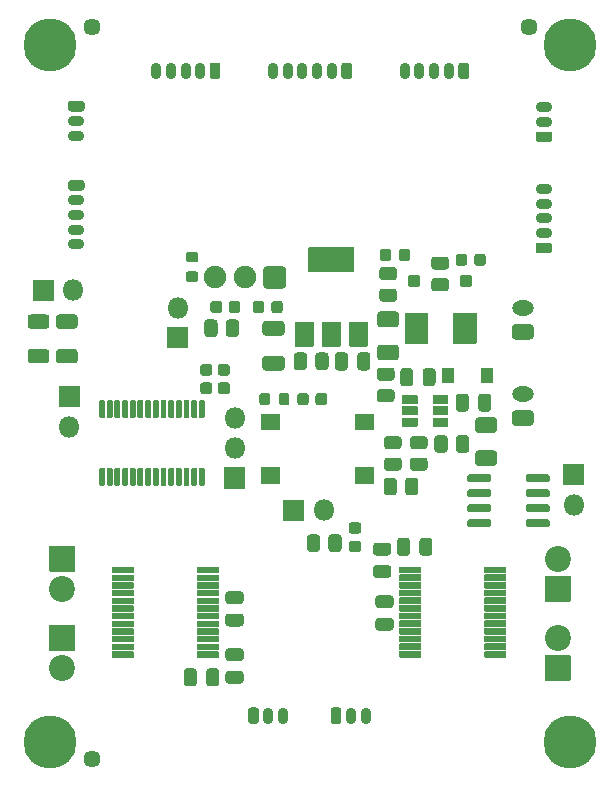
<source format=gbr>
%TF.GenerationSoftware,KiCad,Pcbnew,5.1.10*%
%TF.CreationDate,2021-06-15T07:02:33+02:00*%
%TF.ProjectId,nsumo,6e73756d-6f2e-46b6-9963-61645f706362,rev?*%
%TF.SameCoordinates,Original*%
%TF.FileFunction,Soldermask,Top*%
%TF.FilePolarity,Negative*%
%FSLAX46Y46*%
G04 Gerber Fmt 4.6, Leading zero omitted, Abs format (unit mm)*
G04 Created by KiCad (PCBNEW 5.1.10) date 2021-06-15 07:02:33*
%MOMM*%
%LPD*%
G01*
G04 APERTURE LIST*
%ADD10C,1.448000*%
%ADD11O,0.900000X1.400000*%
%ADD12O,1.400000X0.900000*%
%ADD13C,2.200000*%
%ADD14C,0.800000*%
%ADD15C,4.500000*%
%ADD16O,1.850000X1.300000*%
%ADD17O,1.800000X1.800000*%
%ADD18C,1.900000*%
G04 APERTURE END LIST*
%TO.C,F2*%
G36*
G01*
X60255000Y-106925000D02*
X58945000Y-106925000D01*
G75*
G02*
X58675000Y-106655000I0J270000D01*
G01*
X58675000Y-105845000D01*
G75*
G02*
X58945000Y-105575000I270000J0D01*
G01*
X60255000Y-105575000D01*
G75*
G02*
X60525000Y-105845000I0J-270000D01*
G01*
X60525000Y-106655000D01*
G75*
G02*
X60255000Y-106925000I-270000J0D01*
G01*
G37*
G36*
G01*
X60255000Y-109725000D02*
X58945000Y-109725000D01*
G75*
G02*
X58675000Y-109455000I0J270000D01*
G01*
X58675000Y-108645000D01*
G75*
G02*
X58945000Y-108375000I270000J0D01*
G01*
X60255000Y-108375000D01*
G75*
G02*
X60525000Y-108645000I0J-270000D01*
G01*
X60525000Y-109455000D01*
G75*
G02*
X60255000Y-109725000I-270000J0D01*
G01*
G37*
%TD*%
%TO.C,F1*%
G36*
G01*
X68555000Y-115875000D02*
X67245000Y-115875000D01*
G75*
G02*
X66975000Y-115605000I0J270000D01*
G01*
X66975000Y-114795000D01*
G75*
G02*
X67245000Y-114525000I270000J0D01*
G01*
X68555000Y-114525000D01*
G75*
G02*
X68825000Y-114795000I0J-270000D01*
G01*
X68825000Y-115605000D01*
G75*
G02*
X68555000Y-115875000I-270000J0D01*
G01*
G37*
G36*
G01*
X68555000Y-118675000D02*
X67245000Y-118675000D01*
G75*
G02*
X66975000Y-118405000I0J270000D01*
G01*
X66975000Y-117595000D01*
G75*
G02*
X67245000Y-117325000I270000J0D01*
G01*
X68555000Y-117325000D01*
G75*
G02*
X68825000Y-117595000I0J-270000D01*
G01*
X68825000Y-118405000D01*
G75*
G02*
X68555000Y-118675000I-270000J0D01*
G01*
G37*
%TD*%
D10*
%TO.C,REF\u002A\u002A*%
X34500000Y-143500000D03*
%TD*%
%TO.C,U7*%
G36*
G01*
X71250000Y-119870000D02*
X71250000Y-119520000D01*
G75*
G02*
X71425000Y-119345000I175000J0D01*
G01*
X73125000Y-119345000D01*
G75*
G02*
X73300000Y-119520000I0J-175000D01*
G01*
X73300000Y-119870000D01*
G75*
G02*
X73125000Y-120045000I-175000J0D01*
G01*
X71425000Y-120045000D01*
G75*
G02*
X71250000Y-119870000I0J175000D01*
G01*
G37*
G36*
G01*
X71250000Y-121140000D02*
X71250000Y-120790000D01*
G75*
G02*
X71425000Y-120615000I175000J0D01*
G01*
X73125000Y-120615000D01*
G75*
G02*
X73300000Y-120790000I0J-175000D01*
G01*
X73300000Y-121140000D01*
G75*
G02*
X73125000Y-121315000I-175000J0D01*
G01*
X71425000Y-121315000D01*
G75*
G02*
X71250000Y-121140000I0J175000D01*
G01*
G37*
G36*
G01*
X71250000Y-122410000D02*
X71250000Y-122060000D01*
G75*
G02*
X71425000Y-121885000I175000J0D01*
G01*
X73125000Y-121885000D01*
G75*
G02*
X73300000Y-122060000I0J-175000D01*
G01*
X73300000Y-122410000D01*
G75*
G02*
X73125000Y-122585000I-175000J0D01*
G01*
X71425000Y-122585000D01*
G75*
G02*
X71250000Y-122410000I0J175000D01*
G01*
G37*
G36*
G01*
X71250000Y-123680000D02*
X71250000Y-123330000D01*
G75*
G02*
X71425000Y-123155000I175000J0D01*
G01*
X73125000Y-123155000D01*
G75*
G02*
X73300000Y-123330000I0J-175000D01*
G01*
X73300000Y-123680000D01*
G75*
G02*
X73125000Y-123855000I-175000J0D01*
G01*
X71425000Y-123855000D01*
G75*
G02*
X71250000Y-123680000I0J175000D01*
G01*
G37*
G36*
G01*
X66300000Y-123680000D02*
X66300000Y-123330000D01*
G75*
G02*
X66475000Y-123155000I175000J0D01*
G01*
X68175000Y-123155000D01*
G75*
G02*
X68350000Y-123330000I0J-175000D01*
G01*
X68350000Y-123680000D01*
G75*
G02*
X68175000Y-123855000I-175000J0D01*
G01*
X66475000Y-123855000D01*
G75*
G02*
X66300000Y-123680000I0J175000D01*
G01*
G37*
G36*
G01*
X66300000Y-122410000D02*
X66300000Y-122060000D01*
G75*
G02*
X66475000Y-121885000I175000J0D01*
G01*
X68175000Y-121885000D01*
G75*
G02*
X68350000Y-122060000I0J-175000D01*
G01*
X68350000Y-122410000D01*
G75*
G02*
X68175000Y-122585000I-175000J0D01*
G01*
X66475000Y-122585000D01*
G75*
G02*
X66300000Y-122410000I0J175000D01*
G01*
G37*
G36*
G01*
X66300000Y-121140000D02*
X66300000Y-120790000D01*
G75*
G02*
X66475000Y-120615000I175000J0D01*
G01*
X68175000Y-120615000D01*
G75*
G02*
X68350000Y-120790000I0J-175000D01*
G01*
X68350000Y-121140000D01*
G75*
G02*
X68175000Y-121315000I-175000J0D01*
G01*
X66475000Y-121315000D01*
G75*
G02*
X66300000Y-121140000I0J175000D01*
G01*
G37*
G36*
G01*
X66300000Y-119870000D02*
X66300000Y-119520000D01*
G75*
G02*
X66475000Y-119345000I175000J0D01*
G01*
X68175000Y-119345000D01*
G75*
G02*
X68350000Y-119520000I0J-175000D01*
G01*
X68350000Y-119870000D01*
G75*
G02*
X68175000Y-120045000I-175000J0D01*
G01*
X66475000Y-120045000D01*
G75*
G02*
X66300000Y-119870000I0J175000D01*
G01*
G37*
%TD*%
%TO.C,C3*%
G36*
G01*
X50578262Y-107625000D02*
X49221738Y-107625000D01*
G75*
G02*
X48950000Y-107353262I0J271738D01*
G01*
X48950000Y-106646738D01*
G75*
G02*
X49221738Y-106375000I271738J0D01*
G01*
X50578262Y-106375000D01*
G75*
G02*
X50850000Y-106646738I0J-271738D01*
G01*
X50850000Y-107353262D01*
G75*
G02*
X50578262Y-107625000I-271738J0D01*
G01*
G37*
G36*
G01*
X50578262Y-110575000D02*
X49221738Y-110575000D01*
G75*
G02*
X48950000Y-110303262I0J271738D01*
G01*
X48950000Y-109596738D01*
G75*
G02*
X49221738Y-109325000I271738J0D01*
G01*
X50578262Y-109325000D01*
G75*
G02*
X50850000Y-109596738I0J-271738D01*
G01*
X50850000Y-110303262D01*
G75*
G02*
X50578262Y-110575000I-271738J0D01*
G01*
G37*
%TD*%
%TO.C,J22*%
G36*
G01*
X54750000Y-140275000D02*
X54750000Y-139325000D01*
G75*
G02*
X54975000Y-139100000I225000J0D01*
G01*
X55425000Y-139100000D01*
G75*
G02*
X55650000Y-139325000I0J-225000D01*
G01*
X55650000Y-140275000D01*
G75*
G02*
X55425000Y-140500000I-225000J0D01*
G01*
X54975000Y-140500000D01*
G75*
G02*
X54750000Y-140275000I0J225000D01*
G01*
G37*
D11*
X56450000Y-139800000D03*
X57700000Y-139800000D03*
%TD*%
D12*
%TO.C,J21*%
X72800000Y-88300000D03*
X72800000Y-89550000D03*
G36*
G01*
X73275000Y-91250000D02*
X72325000Y-91250000D01*
G75*
G02*
X72100000Y-91025000I0J225000D01*
G01*
X72100000Y-90575000D01*
G75*
G02*
X72325000Y-90350000I225000J0D01*
G01*
X73275000Y-90350000D01*
G75*
G02*
X73500000Y-90575000I0J-225000D01*
G01*
X73500000Y-91025000D01*
G75*
G02*
X73275000Y-91250000I-225000J0D01*
G01*
G37*
%TD*%
D11*
%TO.C,J20*%
X50700000Y-139800000D03*
X49450000Y-139800000D03*
G36*
G01*
X47750000Y-140275000D02*
X47750000Y-139325000D01*
G75*
G02*
X47975000Y-139100000I225000J0D01*
G01*
X48425000Y-139100000D01*
G75*
G02*
X48650000Y-139325000I0J-225000D01*
G01*
X48650000Y-140275000D01*
G75*
G02*
X48425000Y-140500000I-225000J0D01*
G01*
X47975000Y-140500000D01*
G75*
G02*
X47750000Y-140275000I0J225000D01*
G01*
G37*
%TD*%
D12*
%TO.C,J19*%
X33200000Y-90700000D03*
X33200000Y-89450000D03*
G36*
G01*
X32725000Y-87750000D02*
X33675000Y-87750000D01*
G75*
G02*
X33900000Y-87975000I0J-225000D01*
G01*
X33900000Y-88425000D01*
G75*
G02*
X33675000Y-88650000I-225000J0D01*
G01*
X32725000Y-88650000D01*
G75*
G02*
X32500000Y-88425000I0J225000D01*
G01*
X32500000Y-87975000D01*
G75*
G02*
X32725000Y-87750000I225000J0D01*
G01*
G37*
%TD*%
D10*
%TO.C,REF\u002A\u002A*%
X71500000Y-81500000D03*
%TD*%
%TO.C,REF\u002A\u002A*%
X34500000Y-81500000D03*
%TD*%
D13*
%TO.C,J18*%
X32000000Y-135740000D03*
G36*
G01*
X30950000Y-132100000D02*
X33050000Y-132100000D01*
G75*
G02*
X33100000Y-132150000I0J-50000D01*
G01*
X33100000Y-134250000D01*
G75*
G02*
X33050000Y-134300000I-50000J0D01*
G01*
X30950000Y-134300000D01*
G75*
G02*
X30900000Y-134250000I0J50000D01*
G01*
X30900000Y-132150000D01*
G75*
G02*
X30950000Y-132100000I50000J0D01*
G01*
G37*
%TD*%
%TO.C,J17*%
X32000000Y-129040000D03*
G36*
G01*
X30950000Y-125400000D02*
X33050000Y-125400000D01*
G75*
G02*
X33100000Y-125450000I0J-50000D01*
G01*
X33100000Y-127550000D01*
G75*
G02*
X33050000Y-127600000I-50000J0D01*
G01*
X30950000Y-127600000D01*
G75*
G02*
X30900000Y-127550000I0J50000D01*
G01*
X30900000Y-125450000D01*
G75*
G02*
X30950000Y-125400000I50000J0D01*
G01*
G37*
%TD*%
%TO.C,J15*%
X73950000Y-133223000D03*
G36*
G01*
X75000000Y-136863000D02*
X72900000Y-136863000D01*
G75*
G02*
X72850000Y-136813000I0J50000D01*
G01*
X72850000Y-134713000D01*
G75*
G02*
X72900000Y-134663000I50000J0D01*
G01*
X75000000Y-134663000D01*
G75*
G02*
X75050000Y-134713000I0J-50000D01*
G01*
X75050000Y-136813000D01*
G75*
G02*
X75000000Y-136863000I-50000J0D01*
G01*
G37*
%TD*%
%TO.C,J14*%
X73950000Y-126500000D03*
G36*
G01*
X75000000Y-130140000D02*
X72900000Y-130140000D01*
G75*
G02*
X72850000Y-130090000I0J50000D01*
G01*
X72850000Y-127990000D01*
G75*
G02*
X72900000Y-127940000I50000J0D01*
G01*
X75000000Y-127940000D01*
G75*
G02*
X75050000Y-127990000I0J-50000D01*
G01*
X75050000Y-130090000D01*
G75*
G02*
X75000000Y-130140000I-50000J0D01*
G01*
G37*
%TD*%
%TO.C,C14*%
G36*
G01*
X62250000Y-126000000D02*
X62250000Y-125000000D01*
G75*
G02*
X62525000Y-124725000I275000J0D01*
G01*
X63075000Y-124725000D01*
G75*
G02*
X63350000Y-125000000I0J-275000D01*
G01*
X63350000Y-126000000D01*
G75*
G02*
X63075000Y-126275000I-275000J0D01*
G01*
X62525000Y-126275000D01*
G75*
G02*
X62250000Y-126000000I0J275000D01*
G01*
G37*
G36*
G01*
X60350000Y-126000000D02*
X60350000Y-125000000D01*
G75*
G02*
X60625000Y-124725000I275000J0D01*
G01*
X61175000Y-124725000D01*
G75*
G02*
X61450000Y-125000000I0J-275000D01*
G01*
X61450000Y-126000000D01*
G75*
G02*
X61175000Y-126275000I-275000J0D01*
G01*
X60625000Y-126275000D01*
G75*
G02*
X60350000Y-126000000I0J275000D01*
G01*
G37*
%TD*%
%TO.C,C13*%
G36*
G01*
X47100000Y-135200000D02*
X46100000Y-135200000D01*
G75*
G02*
X45825000Y-134925000I0J275000D01*
G01*
X45825000Y-134375000D01*
G75*
G02*
X46100000Y-134100000I275000J0D01*
G01*
X47100000Y-134100000D01*
G75*
G02*
X47375000Y-134375000I0J-275000D01*
G01*
X47375000Y-134925000D01*
G75*
G02*
X47100000Y-135200000I-275000J0D01*
G01*
G37*
G36*
G01*
X47100000Y-137100000D02*
X46100000Y-137100000D01*
G75*
G02*
X45825000Y-136825000I0J275000D01*
G01*
X45825000Y-136275000D01*
G75*
G02*
X46100000Y-136000000I275000J0D01*
G01*
X47100000Y-136000000D01*
G75*
G02*
X47375000Y-136275000I0J-275000D01*
G01*
X47375000Y-136825000D01*
G75*
G02*
X47100000Y-137100000I-275000J0D01*
G01*
G37*
%TD*%
%TO.C,C12*%
G36*
G01*
X58600000Y-127050000D02*
X59600000Y-127050000D01*
G75*
G02*
X59875000Y-127325000I0J-275000D01*
G01*
X59875000Y-127875000D01*
G75*
G02*
X59600000Y-128150000I-275000J0D01*
G01*
X58600000Y-128150000D01*
G75*
G02*
X58325000Y-127875000I0J275000D01*
G01*
X58325000Y-127325000D01*
G75*
G02*
X58600000Y-127050000I275000J0D01*
G01*
G37*
G36*
G01*
X58600000Y-125150000D02*
X59600000Y-125150000D01*
G75*
G02*
X59875000Y-125425000I0J-275000D01*
G01*
X59875000Y-125975000D01*
G75*
G02*
X59600000Y-126250000I-275000J0D01*
G01*
X58600000Y-126250000D01*
G75*
G02*
X58325000Y-125975000I0J275000D01*
G01*
X58325000Y-125425000D01*
G75*
G02*
X58600000Y-125150000I275000J0D01*
G01*
G37*
%TD*%
%TO.C,C11*%
G36*
G01*
X43400000Y-136050000D02*
X43400000Y-137050000D01*
G75*
G02*
X43125000Y-137325000I-275000J0D01*
G01*
X42575000Y-137325000D01*
G75*
G02*
X42300000Y-137050000I0J275000D01*
G01*
X42300000Y-136050000D01*
G75*
G02*
X42575000Y-135775000I275000J0D01*
G01*
X43125000Y-135775000D01*
G75*
G02*
X43400000Y-136050000I0J-275000D01*
G01*
G37*
G36*
G01*
X45300000Y-136050000D02*
X45300000Y-137050000D01*
G75*
G02*
X45025000Y-137325000I-275000J0D01*
G01*
X44475000Y-137325000D01*
G75*
G02*
X44200000Y-137050000I0J275000D01*
G01*
X44200000Y-136050000D01*
G75*
G02*
X44475000Y-135775000I275000J0D01*
G01*
X45025000Y-135775000D01*
G75*
G02*
X45300000Y-136050000I0J-275000D01*
G01*
G37*
%TD*%
%TO.C,C10*%
G36*
G01*
X59800000Y-130700000D02*
X58800000Y-130700000D01*
G75*
G02*
X58525000Y-130425000I0J275000D01*
G01*
X58525000Y-129875000D01*
G75*
G02*
X58800000Y-129600000I275000J0D01*
G01*
X59800000Y-129600000D01*
G75*
G02*
X60075000Y-129875000I0J-275000D01*
G01*
X60075000Y-130425000D01*
G75*
G02*
X59800000Y-130700000I-275000J0D01*
G01*
G37*
G36*
G01*
X59800000Y-132600000D02*
X58800000Y-132600000D01*
G75*
G02*
X58525000Y-132325000I0J275000D01*
G01*
X58525000Y-131775000D01*
G75*
G02*
X58800000Y-131500000I275000J0D01*
G01*
X59800000Y-131500000D01*
G75*
G02*
X60075000Y-131775000I0J-275000D01*
G01*
X60075000Y-132325000D01*
G75*
G02*
X59800000Y-132600000I-275000J0D01*
G01*
G37*
%TD*%
%TO.C,C9*%
G36*
G01*
X46100000Y-131150000D02*
X47100000Y-131150000D01*
G75*
G02*
X47375000Y-131425000I0J-275000D01*
G01*
X47375000Y-131975000D01*
G75*
G02*
X47100000Y-132250000I-275000J0D01*
G01*
X46100000Y-132250000D01*
G75*
G02*
X45825000Y-131975000I0J275000D01*
G01*
X45825000Y-131425000D01*
G75*
G02*
X46100000Y-131150000I275000J0D01*
G01*
G37*
G36*
G01*
X46100000Y-129250000D02*
X47100000Y-129250000D01*
G75*
G02*
X47375000Y-129525000I0J-275000D01*
G01*
X47375000Y-130075000D01*
G75*
G02*
X47100000Y-130350000I-275000J0D01*
G01*
X46100000Y-130350000D01*
G75*
G02*
X45825000Y-130075000I0J275000D01*
G01*
X45825000Y-129525000D01*
G75*
G02*
X46100000Y-129250000I275000J0D01*
G01*
G37*
%TD*%
%TO.C,U5*%
G36*
G01*
X53250000Y-108545000D02*
X51750000Y-108545000D01*
G75*
G02*
X51700000Y-108495000I0J50000D01*
G01*
X51700000Y-106495000D01*
G75*
G02*
X51750000Y-106445000I50000J0D01*
G01*
X53250000Y-106445000D01*
G75*
G02*
X53300000Y-106495000I0J-50000D01*
G01*
X53300000Y-108495000D01*
G75*
G02*
X53250000Y-108545000I-50000J0D01*
G01*
G37*
G36*
G01*
X57850000Y-108545000D02*
X56350000Y-108545000D01*
G75*
G02*
X56300000Y-108495000I0J50000D01*
G01*
X56300000Y-106495000D01*
G75*
G02*
X56350000Y-106445000I50000J0D01*
G01*
X57850000Y-106445000D01*
G75*
G02*
X57900000Y-106495000I0J-50000D01*
G01*
X57900000Y-108495000D01*
G75*
G02*
X57850000Y-108545000I-50000J0D01*
G01*
G37*
G36*
G01*
X55550000Y-108545000D02*
X54050000Y-108545000D01*
G75*
G02*
X54000000Y-108495000I0J50000D01*
G01*
X54000000Y-106495000D01*
G75*
G02*
X54050000Y-106445000I50000J0D01*
G01*
X55550000Y-106445000D01*
G75*
G02*
X55600000Y-106495000I0J-50000D01*
G01*
X55600000Y-108495000D01*
G75*
G02*
X55550000Y-108545000I-50000J0D01*
G01*
G37*
G36*
G01*
X56700000Y-102245000D02*
X52900000Y-102245000D01*
G75*
G02*
X52850000Y-102195000I0J50000D01*
G01*
X52850000Y-100195000D01*
G75*
G02*
X52900000Y-100145000I50000J0D01*
G01*
X56700000Y-100145000D01*
G75*
G02*
X56750000Y-100195000I0J-50000D01*
G01*
X56750000Y-102195000D01*
G75*
G02*
X56700000Y-102245000I-50000J0D01*
G01*
G37*
%TD*%
%TO.C,R9*%
G36*
G01*
X30652782Y-107050000D02*
X29347218Y-107050000D01*
G75*
G02*
X29075000Y-106777782I0J272218D01*
G01*
X29075000Y-106097218D01*
G75*
G02*
X29347218Y-105825000I272218J0D01*
G01*
X30652782Y-105825000D01*
G75*
G02*
X30925000Y-106097218I0J-272218D01*
G01*
X30925000Y-106777782D01*
G75*
G02*
X30652782Y-107050000I-272218J0D01*
G01*
G37*
G36*
G01*
X30652782Y-109975000D02*
X29347218Y-109975000D01*
G75*
G02*
X29075000Y-109702782I0J272218D01*
G01*
X29075000Y-109022218D01*
G75*
G02*
X29347218Y-108750000I272218J0D01*
G01*
X30652782Y-108750000D01*
G75*
G02*
X30925000Y-109022218I0J-272218D01*
G01*
X30925000Y-109702782D01*
G75*
G02*
X30652782Y-109975000I-272218J0D01*
G01*
G37*
%TD*%
%TO.C,R8*%
G36*
G01*
X33052782Y-107050000D02*
X31747218Y-107050000D01*
G75*
G02*
X31475000Y-106777782I0J272218D01*
G01*
X31475000Y-106097218D01*
G75*
G02*
X31747218Y-105825000I272218J0D01*
G01*
X33052782Y-105825000D01*
G75*
G02*
X33325000Y-106097218I0J-272218D01*
G01*
X33325000Y-106777782D01*
G75*
G02*
X33052782Y-107050000I-272218J0D01*
G01*
G37*
G36*
G01*
X33052782Y-109975000D02*
X31747218Y-109975000D01*
G75*
G02*
X31475000Y-109702782I0J272218D01*
G01*
X31475000Y-109022218D01*
G75*
G02*
X31747218Y-108750000I272218J0D01*
G01*
X33052782Y-108750000D01*
G75*
G02*
X33325000Y-109022218I0J-272218D01*
G01*
X33325000Y-109702782D01*
G75*
G02*
X33052782Y-109975000I-272218J0D01*
G01*
G37*
%TD*%
D12*
%TO.C,J1*%
X33200000Y-99900000D03*
X33200000Y-98650000D03*
X33200000Y-97400000D03*
X33200000Y-96150000D03*
G36*
G01*
X32725000Y-94450000D02*
X33675000Y-94450000D01*
G75*
G02*
X33900000Y-94675000I0J-225000D01*
G01*
X33900000Y-95125000D01*
G75*
G02*
X33675000Y-95350000I-225000J0D01*
G01*
X32725000Y-95350000D01*
G75*
G02*
X32500000Y-95125000I0J225000D01*
G01*
X32500000Y-94675000D01*
G75*
G02*
X32725000Y-94450000I225000J0D01*
G01*
G37*
%TD*%
D11*
%TO.C,J4*%
X39950000Y-85200000D03*
X41200000Y-85200000D03*
X42450000Y-85200000D03*
X43700000Y-85200000D03*
G36*
G01*
X45400000Y-84725000D02*
X45400000Y-85675000D01*
G75*
G02*
X45175000Y-85900000I-225000J0D01*
G01*
X44725000Y-85900000D01*
G75*
G02*
X44500000Y-85675000I0J225000D01*
G01*
X44500000Y-84725000D01*
G75*
G02*
X44725000Y-84500000I225000J0D01*
G01*
X45175000Y-84500000D01*
G75*
G02*
X45400000Y-84725000I0J-225000D01*
G01*
G37*
%TD*%
%TO.C,J2*%
X49850000Y-85200000D03*
X51100000Y-85200000D03*
X52350000Y-85200000D03*
X53600000Y-85200000D03*
X54850000Y-85200000D03*
G36*
G01*
X56550000Y-84725000D02*
X56550000Y-85675000D01*
G75*
G02*
X56325000Y-85900000I-225000J0D01*
G01*
X55875000Y-85900000D01*
G75*
G02*
X55650000Y-85675000I0J225000D01*
G01*
X55650000Y-84725000D01*
G75*
G02*
X55875000Y-84500000I225000J0D01*
G01*
X56325000Y-84500000D01*
G75*
G02*
X56550000Y-84725000I0J-225000D01*
G01*
G37*
%TD*%
D14*
%TO.C,H4*%
X32166726Y-81833274D03*
X31000000Y-81350000D03*
X29833274Y-81833274D03*
X29350000Y-83000000D03*
X29833274Y-84166726D03*
X31000000Y-84650000D03*
X32166726Y-84166726D03*
X32650000Y-83000000D03*
D15*
X31000000Y-83000000D03*
%TD*%
D14*
%TO.C,H3*%
X76166726Y-81833274D03*
X75000000Y-81350000D03*
X73833274Y-81833274D03*
X73350000Y-83000000D03*
X73833274Y-84166726D03*
X75000000Y-84650000D03*
X76166726Y-84166726D03*
X76650000Y-83000000D03*
D15*
X75000000Y-83000000D03*
%TD*%
D14*
%TO.C,H2*%
X32166726Y-140833274D03*
X31000000Y-140350000D03*
X29833274Y-140833274D03*
X29350000Y-142000000D03*
X29833274Y-143166726D03*
X31000000Y-143650000D03*
X32166726Y-143166726D03*
X32650000Y-142000000D03*
D15*
X31000000Y-142000000D03*
%TD*%
D14*
%TO.C,H1*%
X76166726Y-140833274D03*
X75000000Y-140350000D03*
X73833274Y-140833274D03*
X73350000Y-142000000D03*
X73833274Y-143166726D03*
X75000000Y-143650000D03*
X76166726Y-143166726D03*
X76650000Y-142000000D03*
D15*
X75000000Y-142000000D03*
%TD*%
D16*
%TO.C,J5*%
X71000000Y-105300000D03*
G36*
G01*
X71654168Y-107950000D02*
X70345832Y-107950000D01*
G75*
G02*
X70075000Y-107679168I0J270832D01*
G01*
X70075000Y-106920832D01*
G75*
G02*
X70345832Y-106650000I270832J0D01*
G01*
X71654168Y-106650000D01*
G75*
G02*
X71925000Y-106920832I0J-270832D01*
G01*
X71925000Y-107679168D01*
G75*
G02*
X71654168Y-107950000I-270832J0D01*
G01*
G37*
%TD*%
%TO.C,J3*%
X71000000Y-112600000D03*
G36*
G01*
X71654168Y-115250000D02*
X70345832Y-115250000D01*
G75*
G02*
X70075000Y-114979168I0J270832D01*
G01*
X70075000Y-114220832D01*
G75*
G02*
X70345832Y-113950000I270832J0D01*
G01*
X71654168Y-113950000D01*
G75*
G02*
X71925000Y-114220832I0J-270832D01*
G01*
X71925000Y-114979168D01*
G75*
G02*
X71654168Y-115250000I-270832J0D01*
G01*
G37*
%TD*%
D12*
%TO.C,J9*%
X72800000Y-95200000D03*
X72800000Y-96450000D03*
X72800000Y-97700000D03*
X72800000Y-98950000D03*
G36*
G01*
X73275000Y-100650000D02*
X72325000Y-100650000D01*
G75*
G02*
X72100000Y-100425000I0J225000D01*
G01*
X72100000Y-99975000D01*
G75*
G02*
X72325000Y-99750000I225000J0D01*
G01*
X73275000Y-99750000D01*
G75*
G02*
X73500000Y-99975000I0J-225000D01*
G01*
X73500000Y-100425000D01*
G75*
G02*
X73275000Y-100650000I-225000J0D01*
G01*
G37*
%TD*%
D11*
%TO.C,J7*%
X61000000Y-85200000D03*
X62250000Y-85200000D03*
X63500000Y-85200000D03*
X64750000Y-85200000D03*
G36*
G01*
X66450000Y-84725000D02*
X66450000Y-85675000D01*
G75*
G02*
X66225000Y-85900000I-225000J0D01*
G01*
X65775000Y-85900000D01*
G75*
G02*
X65550000Y-85675000I0J225000D01*
G01*
X65550000Y-84725000D01*
G75*
G02*
X65775000Y-84500000I225000J0D01*
G01*
X66225000Y-84500000D01*
G75*
G02*
X66450000Y-84725000I0J-225000D01*
G01*
G37*
%TD*%
D17*
%TO.C,J6*%
X32940000Y-103800000D03*
G36*
G01*
X31250000Y-104700000D02*
X29550000Y-104700000D01*
G75*
G02*
X29500000Y-104650000I0J50000D01*
G01*
X29500000Y-102950000D01*
G75*
G02*
X29550000Y-102900000I50000J0D01*
G01*
X31250000Y-102900000D01*
G75*
G02*
X31300000Y-102950000I0J-50000D01*
G01*
X31300000Y-104650000D01*
G75*
G02*
X31250000Y-104700000I-50000J0D01*
G01*
G37*
%TD*%
%TO.C,R5*%
G36*
G01*
X54550000Y-125675612D02*
X54550000Y-124724388D01*
G75*
G02*
X54824388Y-124450000I274388J0D01*
G01*
X55400612Y-124450000D01*
G75*
G02*
X55675000Y-124724388I0J-274388D01*
G01*
X55675000Y-125675612D01*
G75*
G02*
X55400612Y-125950000I-274388J0D01*
G01*
X54824388Y-125950000D01*
G75*
G02*
X54550000Y-125675612I0J274388D01*
G01*
G37*
G36*
G01*
X52725000Y-125675612D02*
X52725000Y-124724388D01*
G75*
G02*
X52999388Y-124450000I274388J0D01*
G01*
X53575612Y-124450000D01*
G75*
G02*
X53850000Y-124724388I0J-274388D01*
G01*
X53850000Y-125675612D01*
G75*
G02*
X53575612Y-125950000I-274388J0D01*
G01*
X52999388Y-125950000D01*
G75*
G02*
X52725000Y-125675612I0J274388D01*
G01*
G37*
%TD*%
%TO.C,J12*%
X54140000Y-122400000D03*
G36*
G01*
X52450000Y-123300000D02*
X50750000Y-123300000D01*
G75*
G02*
X50700000Y-123250000I0J50000D01*
G01*
X50700000Y-121550000D01*
G75*
G02*
X50750000Y-121500000I50000J0D01*
G01*
X52450000Y-121500000D01*
G75*
G02*
X52500000Y-121550000I0J-50000D01*
G01*
X52500000Y-123250000D01*
G75*
G02*
X52450000Y-123300000I-50000J0D01*
G01*
G37*
%TD*%
%TO.C,J11*%
X46600000Y-114600000D03*
X46600000Y-117140000D03*
G36*
G01*
X47500000Y-118830000D02*
X47500000Y-120530000D01*
G75*
G02*
X47450000Y-120580000I-50000J0D01*
G01*
X45750000Y-120580000D01*
G75*
G02*
X45700000Y-120530000I0J50000D01*
G01*
X45700000Y-118830000D01*
G75*
G02*
X45750000Y-118780000I50000J0D01*
G01*
X47450000Y-118780000D01*
G75*
G02*
X47500000Y-118830000I0J-50000D01*
G01*
G37*
%TD*%
%TO.C,J8*%
X32600000Y-115340000D03*
G36*
G01*
X31700000Y-113650000D02*
X31700000Y-111950000D01*
G75*
G02*
X31750000Y-111900000I50000J0D01*
G01*
X33450000Y-111900000D01*
G75*
G02*
X33500000Y-111950000I0J-50000D01*
G01*
X33500000Y-113650000D01*
G75*
G02*
X33450000Y-113700000I-50000J0D01*
G01*
X31750000Y-113700000D01*
G75*
G02*
X31700000Y-113650000I0J50000D01*
G01*
G37*
%TD*%
%TO.C,J10*%
X41800000Y-105260000D03*
G36*
G01*
X42700000Y-106950000D02*
X42700000Y-108650000D01*
G75*
G02*
X42650000Y-108700000I-50000J0D01*
G01*
X40950000Y-108700000D01*
G75*
G02*
X40900000Y-108650000I0J50000D01*
G01*
X40900000Y-106950000D01*
G75*
G02*
X40950000Y-106900000I50000J0D01*
G01*
X42650000Y-106900000D01*
G75*
G02*
X42700000Y-106950000I0J-50000D01*
G01*
G37*
%TD*%
%TO.C,D5*%
G36*
G01*
X49712500Y-105481250D02*
X49712500Y-104918750D01*
G75*
G02*
X49956250Y-104675000I243750J0D01*
G01*
X50443750Y-104675000D01*
G75*
G02*
X50687500Y-104918750I0J-243750D01*
G01*
X50687500Y-105481250D01*
G75*
G02*
X50443750Y-105725000I-243750J0D01*
G01*
X49956250Y-105725000D01*
G75*
G02*
X49712500Y-105481250I0J243750D01*
G01*
G37*
G36*
G01*
X48137500Y-105481250D02*
X48137500Y-104918750D01*
G75*
G02*
X48381250Y-104675000I243750J0D01*
G01*
X48868750Y-104675000D01*
G75*
G02*
X49112500Y-104918750I0J-243750D01*
G01*
X49112500Y-105481250D01*
G75*
G02*
X48868750Y-105725000I-243750J0D01*
G01*
X48381250Y-105725000D01*
G75*
G02*
X48137500Y-105481250I0J243750D01*
G01*
G37*
%TD*%
%TO.C,SW2*%
X75300000Y-121940000D03*
G36*
G01*
X74400000Y-120250000D02*
X74400000Y-118550000D01*
G75*
G02*
X74450000Y-118500000I50000J0D01*
G01*
X76150000Y-118500000D01*
G75*
G02*
X76200000Y-118550000I0J-50000D01*
G01*
X76200000Y-120250000D01*
G75*
G02*
X76150000Y-120300000I-50000J0D01*
G01*
X74450000Y-120300000D01*
G75*
G02*
X74400000Y-120250000I0J50000D01*
G01*
G37*
%TD*%
%TO.C,SW1*%
G36*
G01*
X50475000Y-114300000D02*
X50475000Y-115600000D01*
G75*
G02*
X50425000Y-115650000I-50000J0D01*
G01*
X48875000Y-115650000D01*
G75*
G02*
X48825000Y-115600000I0J50000D01*
G01*
X48825000Y-114300000D01*
G75*
G02*
X48875000Y-114250000I50000J0D01*
G01*
X50425000Y-114250000D01*
G75*
G02*
X50475000Y-114300000I0J-50000D01*
G01*
G37*
G36*
G01*
X50475000Y-118800000D02*
X50475000Y-120100000D01*
G75*
G02*
X50425000Y-120150000I-50000J0D01*
G01*
X48875000Y-120150000D01*
G75*
G02*
X48825000Y-120100000I0J50000D01*
G01*
X48825000Y-118800000D01*
G75*
G02*
X48875000Y-118750000I50000J0D01*
G01*
X50425000Y-118750000D01*
G75*
G02*
X50475000Y-118800000I0J-50000D01*
G01*
G37*
G36*
G01*
X58425000Y-118800000D02*
X58425000Y-120100000D01*
G75*
G02*
X58375000Y-120150000I-50000J0D01*
G01*
X56825000Y-120150000D01*
G75*
G02*
X56775000Y-120100000I0J50000D01*
G01*
X56775000Y-118800000D01*
G75*
G02*
X56825000Y-118750000I50000J0D01*
G01*
X58375000Y-118750000D01*
G75*
G02*
X58425000Y-118800000I0J-50000D01*
G01*
G37*
G36*
G01*
X58425000Y-114300000D02*
X58425000Y-115600000D01*
G75*
G02*
X58375000Y-115650000I-50000J0D01*
G01*
X56825000Y-115650000D01*
G75*
G02*
X56775000Y-115600000I0J50000D01*
G01*
X56775000Y-114300000D01*
G75*
G02*
X56825000Y-114250000I50000J0D01*
G01*
X58375000Y-114250000D01*
G75*
G02*
X58425000Y-114300000I0J-50000D01*
G01*
G37*
%TD*%
%TO.C,U2*%
G36*
G01*
X63391000Y-113371000D02*
X63391000Y-112721000D01*
G75*
G02*
X63441000Y-112671000I50000J0D01*
G01*
X64661000Y-112671000D01*
G75*
G02*
X64711000Y-112721000I0J-50000D01*
G01*
X64711000Y-113371000D01*
G75*
G02*
X64661000Y-113421000I-50000J0D01*
G01*
X63441000Y-113421000D01*
G75*
G02*
X63391000Y-113371000I0J50000D01*
G01*
G37*
G36*
G01*
X63391000Y-114321000D02*
X63391000Y-113671000D01*
G75*
G02*
X63441000Y-113621000I50000J0D01*
G01*
X64661000Y-113621000D01*
G75*
G02*
X64711000Y-113671000I0J-50000D01*
G01*
X64711000Y-114321000D01*
G75*
G02*
X64661000Y-114371000I-50000J0D01*
G01*
X63441000Y-114371000D01*
G75*
G02*
X63391000Y-114321000I0J50000D01*
G01*
G37*
G36*
G01*
X63391000Y-115271000D02*
X63391000Y-114621000D01*
G75*
G02*
X63441000Y-114571000I50000J0D01*
G01*
X64661000Y-114571000D01*
G75*
G02*
X64711000Y-114621000I0J-50000D01*
G01*
X64711000Y-115271000D01*
G75*
G02*
X64661000Y-115321000I-50000J0D01*
G01*
X63441000Y-115321000D01*
G75*
G02*
X63391000Y-115271000I0J50000D01*
G01*
G37*
G36*
G01*
X60771000Y-115271000D02*
X60771000Y-114621000D01*
G75*
G02*
X60821000Y-114571000I50000J0D01*
G01*
X62041000Y-114571000D01*
G75*
G02*
X62091000Y-114621000I0J-50000D01*
G01*
X62091000Y-115271000D01*
G75*
G02*
X62041000Y-115321000I-50000J0D01*
G01*
X60821000Y-115321000D01*
G75*
G02*
X60771000Y-115271000I0J50000D01*
G01*
G37*
G36*
G01*
X60771000Y-114321000D02*
X60771000Y-113671000D01*
G75*
G02*
X60821000Y-113621000I50000J0D01*
G01*
X62041000Y-113621000D01*
G75*
G02*
X62091000Y-113671000I0J-50000D01*
G01*
X62091000Y-114321000D01*
G75*
G02*
X62041000Y-114371000I-50000J0D01*
G01*
X60821000Y-114371000D01*
G75*
G02*
X60771000Y-114321000I0J50000D01*
G01*
G37*
G36*
G01*
X60771000Y-113371000D02*
X60771000Y-112721000D01*
G75*
G02*
X60821000Y-112671000I50000J0D01*
G01*
X62041000Y-112671000D01*
G75*
G02*
X62091000Y-112721000I0J-50000D01*
G01*
X62091000Y-113371000D01*
G75*
G02*
X62041000Y-113421000I-50000J0D01*
G01*
X60821000Y-113421000D01*
G75*
G02*
X60771000Y-113371000I0J50000D01*
G01*
G37*
%TD*%
%TO.C,TP2*%
G36*
G01*
X66675000Y-102575000D02*
X66675000Y-103425000D01*
G75*
G02*
X66625000Y-103475000I-50000J0D01*
G01*
X65775000Y-103475000D01*
G75*
G02*
X65725000Y-103425000I0J50000D01*
G01*
X65725000Y-102575000D01*
G75*
G02*
X65775000Y-102525000I50000J0D01*
G01*
X66625000Y-102525000D01*
G75*
G02*
X66675000Y-102575000I0J-50000D01*
G01*
G37*
%TD*%
%TO.C,R15*%
G36*
G01*
X62675612Y-117250000D02*
X61724388Y-117250000D01*
G75*
G02*
X61450000Y-116975612I0J274388D01*
G01*
X61450000Y-116399388D01*
G75*
G02*
X61724388Y-116125000I274388J0D01*
G01*
X62675612Y-116125000D01*
G75*
G02*
X62950000Y-116399388I0J-274388D01*
G01*
X62950000Y-116975612D01*
G75*
G02*
X62675612Y-117250000I-274388J0D01*
G01*
G37*
G36*
G01*
X62675612Y-119075000D02*
X61724388Y-119075000D01*
G75*
G02*
X61450000Y-118800612I0J274388D01*
G01*
X61450000Y-118224388D01*
G75*
G02*
X61724388Y-117950000I274388J0D01*
G01*
X62675612Y-117950000D01*
G75*
G02*
X62950000Y-118224388I0J-274388D01*
G01*
X62950000Y-118800612D01*
G75*
G02*
X62675612Y-119075000I-274388J0D01*
G01*
G37*
%TD*%
%TO.C,R14*%
G36*
G01*
X61037500Y-120875612D02*
X61037500Y-119924388D01*
G75*
G02*
X61311888Y-119650000I274388J0D01*
G01*
X61888112Y-119650000D01*
G75*
G02*
X62162500Y-119924388I0J-274388D01*
G01*
X62162500Y-120875612D01*
G75*
G02*
X61888112Y-121150000I-274388J0D01*
G01*
X61311888Y-121150000D01*
G75*
G02*
X61037500Y-120875612I0J274388D01*
G01*
G37*
G36*
G01*
X59212500Y-120875612D02*
X59212500Y-119924388D01*
G75*
G02*
X59486888Y-119650000I274388J0D01*
G01*
X60063112Y-119650000D01*
G75*
G02*
X60337500Y-119924388I0J-274388D01*
G01*
X60337500Y-120875612D01*
G75*
G02*
X60063112Y-121150000I-274388J0D01*
G01*
X59486888Y-121150000D01*
G75*
G02*
X59212500Y-120875612I0J274388D01*
G01*
G37*
%TD*%
%TO.C,R13*%
G36*
G01*
X59524388Y-117950000D02*
X60475612Y-117950000D01*
G75*
G02*
X60750000Y-118224388I0J-274388D01*
G01*
X60750000Y-118800612D01*
G75*
G02*
X60475612Y-119075000I-274388J0D01*
G01*
X59524388Y-119075000D01*
G75*
G02*
X59250000Y-118800612I0J274388D01*
G01*
X59250000Y-118224388D01*
G75*
G02*
X59524388Y-117950000I274388J0D01*
G01*
G37*
G36*
G01*
X59524388Y-116125000D02*
X60475612Y-116125000D01*
G75*
G02*
X60750000Y-116399388I0J-274388D01*
G01*
X60750000Y-116975612D01*
G75*
G02*
X60475612Y-117250000I-274388J0D01*
G01*
X59524388Y-117250000D01*
G75*
G02*
X59250000Y-116975612I0J274388D01*
G01*
X59250000Y-116399388D01*
G75*
G02*
X59524388Y-116125000I274388J0D01*
G01*
G37*
%TD*%
%TO.C,R12*%
G36*
G01*
X58924388Y-112150000D02*
X59875612Y-112150000D01*
G75*
G02*
X60150000Y-112424388I0J-274388D01*
G01*
X60150000Y-113000612D01*
G75*
G02*
X59875612Y-113275000I-274388J0D01*
G01*
X58924388Y-113275000D01*
G75*
G02*
X58650000Y-113000612I0J274388D01*
G01*
X58650000Y-112424388D01*
G75*
G02*
X58924388Y-112150000I274388J0D01*
G01*
G37*
G36*
G01*
X58924388Y-110325000D02*
X59875612Y-110325000D01*
G75*
G02*
X60150000Y-110599388I0J-274388D01*
G01*
X60150000Y-111175612D01*
G75*
G02*
X59875612Y-111450000I-274388J0D01*
G01*
X58924388Y-111450000D01*
G75*
G02*
X58650000Y-111175612I0J274388D01*
G01*
X58650000Y-110599388D01*
G75*
G02*
X58924388Y-110325000I274388J0D01*
G01*
G37*
%TD*%
%TO.C,R3*%
G36*
G01*
X64650000Y-116324388D02*
X64650000Y-117275612D01*
G75*
G02*
X64375612Y-117550000I-274388J0D01*
G01*
X63799388Y-117550000D01*
G75*
G02*
X63525000Y-117275612I0J274388D01*
G01*
X63525000Y-116324388D01*
G75*
G02*
X63799388Y-116050000I274388J0D01*
G01*
X64375612Y-116050000D01*
G75*
G02*
X64650000Y-116324388I0J-274388D01*
G01*
G37*
G36*
G01*
X66475000Y-116324388D02*
X66475000Y-117275612D01*
G75*
G02*
X66200612Y-117550000I-274388J0D01*
G01*
X65624388Y-117550000D01*
G75*
G02*
X65350000Y-117275612I0J274388D01*
G01*
X65350000Y-116324388D01*
G75*
G02*
X65624388Y-116050000I274388J0D01*
G01*
X66200612Y-116050000D01*
G75*
G02*
X66475000Y-116324388I0J-274388D01*
G01*
G37*
%TD*%
%TO.C,L1*%
G36*
G01*
X67100000Y-105750000D02*
X67100000Y-108250000D01*
G75*
G02*
X67050000Y-108300000I-50000J0D01*
G01*
X65150000Y-108300000D01*
G75*
G02*
X65100000Y-108250000I0J50000D01*
G01*
X65100000Y-105750000D01*
G75*
G02*
X65150000Y-105700000I50000J0D01*
G01*
X67050000Y-105700000D01*
G75*
G02*
X67100000Y-105750000I0J-50000D01*
G01*
G37*
G36*
G01*
X63000000Y-105750000D02*
X63000000Y-108250000D01*
G75*
G02*
X62950000Y-108300000I-50000J0D01*
G01*
X61050000Y-108300000D01*
G75*
G02*
X61000000Y-108250000I0J50000D01*
G01*
X61000000Y-105750000D01*
G75*
G02*
X61050000Y-105700000I50000J0D01*
G01*
X62950000Y-105700000D01*
G75*
G02*
X63000000Y-105750000I0J-50000D01*
G01*
G37*
%TD*%
%TO.C,D4*%
G36*
G01*
X67500000Y-111600000D02*
X67500000Y-110400000D01*
G75*
G02*
X67550000Y-110350000I50000J0D01*
G01*
X68450000Y-110350000D01*
G75*
G02*
X68500000Y-110400000I0J-50000D01*
G01*
X68500000Y-111600000D01*
G75*
G02*
X68450000Y-111650000I-50000J0D01*
G01*
X67550000Y-111650000D01*
G75*
G02*
X67500000Y-111600000I0J50000D01*
G01*
G37*
G36*
G01*
X64200000Y-111600000D02*
X64200000Y-110400000D01*
G75*
G02*
X64250000Y-110350000I50000J0D01*
G01*
X65150000Y-110350000D01*
G75*
G02*
X65200000Y-110400000I0J-50000D01*
G01*
X65200000Y-111600000D01*
G75*
G02*
X65150000Y-111650000I-50000J0D01*
G01*
X64250000Y-111650000D01*
G75*
G02*
X64200000Y-111600000I0J50000D01*
G01*
G37*
%TD*%
%TO.C,C4*%
G36*
G01*
X62527000Y-111641000D02*
X62527000Y-110641000D01*
G75*
G02*
X62802000Y-110366000I275000J0D01*
G01*
X63352000Y-110366000D01*
G75*
G02*
X63627000Y-110641000I0J-275000D01*
G01*
X63627000Y-111641000D01*
G75*
G02*
X63352000Y-111916000I-275000J0D01*
G01*
X62802000Y-111916000D01*
G75*
G02*
X62527000Y-111641000I0J275000D01*
G01*
G37*
G36*
G01*
X60627000Y-111641000D02*
X60627000Y-110641000D01*
G75*
G02*
X60902000Y-110366000I275000J0D01*
G01*
X61452000Y-110366000D01*
G75*
G02*
X61727000Y-110641000I0J-275000D01*
G01*
X61727000Y-111641000D01*
G75*
G02*
X61452000Y-111916000I-275000J0D01*
G01*
X60902000Y-111916000D01*
G75*
G02*
X60627000Y-111641000I0J275000D01*
G01*
G37*
%TD*%
%TO.C,C1*%
G36*
G01*
X67231000Y-113800000D02*
X67231000Y-112800000D01*
G75*
G02*
X67506000Y-112525000I275000J0D01*
G01*
X68056000Y-112525000D01*
G75*
G02*
X68331000Y-112800000I0J-275000D01*
G01*
X68331000Y-113800000D01*
G75*
G02*
X68056000Y-114075000I-275000J0D01*
G01*
X67506000Y-114075000D01*
G75*
G02*
X67231000Y-113800000I0J275000D01*
G01*
G37*
G36*
G01*
X65331000Y-113800000D02*
X65331000Y-112800000D01*
G75*
G02*
X65606000Y-112525000I275000J0D01*
G01*
X66156000Y-112525000D01*
G75*
G02*
X66431000Y-112800000I0J-275000D01*
G01*
X66431000Y-113800000D01*
G75*
G02*
X66156000Y-114075000I-275000J0D01*
G01*
X65606000Y-114075000D01*
G75*
G02*
X65331000Y-113800000I0J275000D01*
G01*
G37*
%TD*%
%TO.C,TP1*%
G36*
G01*
X62225000Y-103475000D02*
X61375000Y-103475000D01*
G75*
G02*
X61325000Y-103425000I0J50000D01*
G01*
X61325000Y-102575000D01*
G75*
G02*
X61375000Y-102525000I50000J0D01*
G01*
X62225000Y-102525000D01*
G75*
G02*
X62275000Y-102575000I0J-50000D01*
G01*
X62275000Y-103425000D01*
G75*
G02*
X62225000Y-103475000I-50000J0D01*
G01*
G37*
%TD*%
%TO.C,R10*%
G36*
G01*
X45162500Y-106524388D02*
X45162500Y-107475612D01*
G75*
G02*
X44888112Y-107750000I-274388J0D01*
G01*
X44311888Y-107750000D01*
G75*
G02*
X44037500Y-107475612I0J274388D01*
G01*
X44037500Y-106524388D01*
G75*
G02*
X44311888Y-106250000I274388J0D01*
G01*
X44888112Y-106250000D01*
G75*
G02*
X45162500Y-106524388I0J-274388D01*
G01*
G37*
G36*
G01*
X46987500Y-106524388D02*
X46987500Y-107475612D01*
G75*
G02*
X46713112Y-107750000I-274388J0D01*
G01*
X46136888Y-107750000D01*
G75*
G02*
X45862500Y-107475612I0J274388D01*
G01*
X45862500Y-106524388D01*
G75*
G02*
X46136888Y-106250000I274388J0D01*
G01*
X46713112Y-106250000D01*
G75*
G02*
X46987500Y-106524388I0J-274388D01*
G01*
G37*
%TD*%
%TO.C,R7*%
G36*
G01*
X64475612Y-102050000D02*
X63524388Y-102050000D01*
G75*
G02*
X63250000Y-101775612I0J274388D01*
G01*
X63250000Y-101199388D01*
G75*
G02*
X63524388Y-100925000I274388J0D01*
G01*
X64475612Y-100925000D01*
G75*
G02*
X64750000Y-101199388I0J-274388D01*
G01*
X64750000Y-101775612D01*
G75*
G02*
X64475612Y-102050000I-274388J0D01*
G01*
G37*
G36*
G01*
X64475612Y-103875000D02*
X63524388Y-103875000D01*
G75*
G02*
X63250000Y-103600612I0J274388D01*
G01*
X63250000Y-103024388D01*
G75*
G02*
X63524388Y-102750000I274388J0D01*
G01*
X64475612Y-102750000D01*
G75*
G02*
X64750000Y-103024388I0J-274388D01*
G01*
X64750000Y-103600612D01*
G75*
G02*
X64475612Y-103875000I-274388J0D01*
G01*
G37*
%TD*%
%TO.C,R6*%
G36*
G01*
X60075612Y-102937500D02*
X59124388Y-102937500D01*
G75*
G02*
X58850000Y-102663112I0J274388D01*
G01*
X58850000Y-102086888D01*
G75*
G02*
X59124388Y-101812500I274388J0D01*
G01*
X60075612Y-101812500D01*
G75*
G02*
X60350000Y-102086888I0J-274388D01*
G01*
X60350000Y-102663112D01*
G75*
G02*
X60075612Y-102937500I-274388J0D01*
G01*
G37*
G36*
G01*
X60075612Y-104762500D02*
X59124388Y-104762500D01*
G75*
G02*
X58850000Y-104488112I0J274388D01*
G01*
X58850000Y-103911888D01*
G75*
G02*
X59124388Y-103637500I274388J0D01*
G01*
X60075612Y-103637500D01*
G75*
G02*
X60350000Y-103911888I0J-274388D01*
G01*
X60350000Y-104488112D01*
G75*
G02*
X60075612Y-104762500I-274388J0D01*
G01*
G37*
%TD*%
%TO.C,R4*%
G36*
G01*
X43300000Y-101425000D02*
X42700000Y-101425000D01*
G75*
G02*
X42475000Y-101200000I0J225000D01*
G01*
X42475000Y-100750000D01*
G75*
G02*
X42700000Y-100525000I225000J0D01*
G01*
X43300000Y-100525000D01*
G75*
G02*
X43525000Y-100750000I0J-225000D01*
G01*
X43525000Y-101200000D01*
G75*
G02*
X43300000Y-101425000I-225000J0D01*
G01*
G37*
G36*
G01*
X43300000Y-103075000D02*
X42700000Y-103075000D01*
G75*
G02*
X42475000Y-102850000I0J225000D01*
G01*
X42475000Y-102400000D01*
G75*
G02*
X42700000Y-102175000I225000J0D01*
G01*
X43300000Y-102175000D01*
G75*
G02*
X43525000Y-102400000I0J-225000D01*
G01*
X43525000Y-102850000D01*
G75*
G02*
X43300000Y-103075000I-225000J0D01*
G01*
G37*
%TD*%
%TO.C,R2*%
G36*
G01*
X52737500Y-109324388D02*
X52737500Y-110275612D01*
G75*
G02*
X52463112Y-110550000I-274388J0D01*
G01*
X51886888Y-110550000D01*
G75*
G02*
X51612500Y-110275612I0J274388D01*
G01*
X51612500Y-109324388D01*
G75*
G02*
X51886888Y-109050000I274388J0D01*
G01*
X52463112Y-109050000D01*
G75*
G02*
X52737500Y-109324388I0J-274388D01*
G01*
G37*
G36*
G01*
X54562500Y-109324388D02*
X54562500Y-110275612D01*
G75*
G02*
X54288112Y-110550000I-274388J0D01*
G01*
X53711888Y-110550000D01*
G75*
G02*
X53437500Y-110275612I0J274388D01*
G01*
X53437500Y-109324388D01*
G75*
G02*
X53711888Y-109050000I274388J0D01*
G01*
X54288112Y-109050000D01*
G75*
G02*
X54562500Y-109324388I0J-274388D01*
G01*
G37*
%TD*%
%TO.C,R1*%
G36*
G01*
X49600000Y-112700000D02*
X49600000Y-113300000D01*
G75*
G02*
X49375000Y-113525000I-225000J0D01*
G01*
X48925000Y-113525000D01*
G75*
G02*
X48700000Y-113300000I0J225000D01*
G01*
X48700000Y-112700000D01*
G75*
G02*
X48925000Y-112475000I225000J0D01*
G01*
X49375000Y-112475000D01*
G75*
G02*
X49600000Y-112700000I0J-225000D01*
G01*
G37*
G36*
G01*
X51250000Y-112700000D02*
X51250000Y-113300000D01*
G75*
G02*
X51025000Y-113525000I-225000J0D01*
G01*
X50575000Y-113525000D01*
G75*
G02*
X50350000Y-113300000I0J225000D01*
G01*
X50350000Y-112700000D01*
G75*
G02*
X50575000Y-112475000I225000J0D01*
G01*
X51025000Y-112475000D01*
G75*
G02*
X51250000Y-112700000I0J-225000D01*
G01*
G37*
%TD*%
%TO.C,D2*%
G36*
G01*
X59887500Y-100518750D02*
X59887500Y-101081250D01*
G75*
G02*
X59643750Y-101325000I-243750J0D01*
G01*
X59156250Y-101325000D01*
G75*
G02*
X58912500Y-101081250I0J243750D01*
G01*
X58912500Y-100518750D01*
G75*
G02*
X59156250Y-100275000I243750J0D01*
G01*
X59643750Y-100275000D01*
G75*
G02*
X59887500Y-100518750I0J-243750D01*
G01*
G37*
G36*
G01*
X61462500Y-100518750D02*
X61462500Y-101081250D01*
G75*
G02*
X61218750Y-101325000I-243750J0D01*
G01*
X60731250Y-101325000D01*
G75*
G02*
X60487500Y-101081250I0J243750D01*
G01*
X60487500Y-100518750D01*
G75*
G02*
X60731250Y-100275000I243750J0D01*
G01*
X61218750Y-100275000D01*
G75*
G02*
X61462500Y-100518750I0J-243750D01*
G01*
G37*
%TD*%
%TO.C,C8*%
G36*
G01*
X44475000Y-111025000D02*
X43925000Y-111025000D01*
G75*
G02*
X43675000Y-110775000I0J250000D01*
G01*
X43675000Y-110275000D01*
G75*
G02*
X43925000Y-110025000I250000J0D01*
G01*
X44475000Y-110025000D01*
G75*
G02*
X44725000Y-110275000I0J-250000D01*
G01*
X44725000Y-110775000D01*
G75*
G02*
X44475000Y-111025000I-250000J0D01*
G01*
G37*
G36*
G01*
X44475000Y-112575000D02*
X43925000Y-112575000D01*
G75*
G02*
X43675000Y-112325000I0J250000D01*
G01*
X43675000Y-111825000D01*
G75*
G02*
X43925000Y-111575000I250000J0D01*
G01*
X44475000Y-111575000D01*
G75*
G02*
X44725000Y-111825000I0J-250000D01*
G01*
X44725000Y-112325000D01*
G75*
G02*
X44475000Y-112575000I-250000J0D01*
G01*
G37*
%TD*%
%TO.C,C7*%
G36*
G01*
X46100000Y-105475000D02*
X46100000Y-104925000D01*
G75*
G02*
X46350000Y-104675000I250000J0D01*
G01*
X46850000Y-104675000D01*
G75*
G02*
X47100000Y-104925000I0J-250000D01*
G01*
X47100000Y-105475000D01*
G75*
G02*
X46850000Y-105725000I-250000J0D01*
G01*
X46350000Y-105725000D01*
G75*
G02*
X46100000Y-105475000I0J250000D01*
G01*
G37*
G36*
G01*
X44550000Y-105475000D02*
X44550000Y-104925000D01*
G75*
G02*
X44800000Y-104675000I250000J0D01*
G01*
X45300000Y-104675000D01*
G75*
G02*
X45550000Y-104925000I0J-250000D01*
G01*
X45550000Y-105475000D01*
G75*
G02*
X45300000Y-105725000I-250000J0D01*
G01*
X44800000Y-105725000D01*
G75*
G02*
X44550000Y-105475000I0J250000D01*
G01*
G37*
%TD*%
%TO.C,C6*%
G36*
G01*
X45975000Y-111025000D02*
X45425000Y-111025000D01*
G75*
G02*
X45175000Y-110775000I0J250000D01*
G01*
X45175000Y-110275000D01*
G75*
G02*
X45425000Y-110025000I250000J0D01*
G01*
X45975000Y-110025000D01*
G75*
G02*
X46225000Y-110275000I0J-250000D01*
G01*
X46225000Y-110775000D01*
G75*
G02*
X45975000Y-111025000I-250000J0D01*
G01*
G37*
G36*
G01*
X45975000Y-112575000D02*
X45425000Y-112575000D01*
G75*
G02*
X45175000Y-112325000I0J250000D01*
G01*
X45175000Y-111825000D01*
G75*
G02*
X45425000Y-111575000I250000J0D01*
G01*
X45975000Y-111575000D01*
G75*
G02*
X46225000Y-111825000I0J-250000D01*
G01*
X46225000Y-112325000D01*
G75*
G02*
X45975000Y-112575000I-250000J0D01*
G01*
G37*
%TD*%
%TO.C,C5*%
G36*
G01*
X53450000Y-113275000D02*
X53450000Y-112725000D01*
G75*
G02*
X53700000Y-112475000I250000J0D01*
G01*
X54200000Y-112475000D01*
G75*
G02*
X54450000Y-112725000I0J-250000D01*
G01*
X54450000Y-113275000D01*
G75*
G02*
X54200000Y-113525000I-250000J0D01*
G01*
X53700000Y-113525000D01*
G75*
G02*
X53450000Y-113275000I0J250000D01*
G01*
G37*
G36*
G01*
X51900000Y-113275000D02*
X51900000Y-112725000D01*
G75*
G02*
X52150000Y-112475000I250000J0D01*
G01*
X52650000Y-112475000D01*
G75*
G02*
X52900000Y-112725000I0J-250000D01*
G01*
X52900000Y-113275000D01*
G75*
G02*
X52650000Y-113525000I-250000J0D01*
G01*
X52150000Y-113525000D01*
G75*
G02*
X51900000Y-113275000I0J250000D01*
G01*
G37*
%TD*%
%TO.C,C2*%
G36*
G01*
X56200000Y-109300000D02*
X56200000Y-110300000D01*
G75*
G02*
X55925000Y-110575000I-275000J0D01*
G01*
X55375000Y-110575000D01*
G75*
G02*
X55100000Y-110300000I0J275000D01*
G01*
X55100000Y-109300000D01*
G75*
G02*
X55375000Y-109025000I275000J0D01*
G01*
X55925000Y-109025000D01*
G75*
G02*
X56200000Y-109300000I0J-275000D01*
G01*
G37*
G36*
G01*
X58100000Y-109300000D02*
X58100000Y-110300000D01*
G75*
G02*
X57825000Y-110575000I-275000J0D01*
G01*
X57275000Y-110575000D01*
G75*
G02*
X57000000Y-110300000I0J275000D01*
G01*
X57000000Y-109300000D01*
G75*
G02*
X57275000Y-109025000I275000J0D01*
G01*
X57825000Y-109025000D01*
G75*
G02*
X58100000Y-109300000I0J-275000D01*
G01*
G37*
%TD*%
%TO.C,U6*%
G36*
G01*
X43423000Y-127701000D02*
X43423000Y-127251000D01*
G75*
G02*
X43473000Y-127201000I50000J0D01*
G01*
X45223000Y-127201000D01*
G75*
G02*
X45273000Y-127251000I0J-50000D01*
G01*
X45273000Y-127701000D01*
G75*
G02*
X45223000Y-127751000I-50000J0D01*
G01*
X43473000Y-127751000D01*
G75*
G02*
X43423000Y-127701000I0J50000D01*
G01*
G37*
G36*
G01*
X43423000Y-128351000D02*
X43423000Y-127901000D01*
G75*
G02*
X43473000Y-127851000I50000J0D01*
G01*
X45223000Y-127851000D01*
G75*
G02*
X45273000Y-127901000I0J-50000D01*
G01*
X45273000Y-128351000D01*
G75*
G02*
X45223000Y-128401000I-50000J0D01*
G01*
X43473000Y-128401000D01*
G75*
G02*
X43423000Y-128351000I0J50000D01*
G01*
G37*
G36*
G01*
X43423000Y-129001000D02*
X43423000Y-128551000D01*
G75*
G02*
X43473000Y-128501000I50000J0D01*
G01*
X45223000Y-128501000D01*
G75*
G02*
X45273000Y-128551000I0J-50000D01*
G01*
X45273000Y-129001000D01*
G75*
G02*
X45223000Y-129051000I-50000J0D01*
G01*
X43473000Y-129051000D01*
G75*
G02*
X43423000Y-129001000I0J50000D01*
G01*
G37*
G36*
G01*
X43423000Y-129651000D02*
X43423000Y-129201000D01*
G75*
G02*
X43473000Y-129151000I50000J0D01*
G01*
X45223000Y-129151000D01*
G75*
G02*
X45273000Y-129201000I0J-50000D01*
G01*
X45273000Y-129651000D01*
G75*
G02*
X45223000Y-129701000I-50000J0D01*
G01*
X43473000Y-129701000D01*
G75*
G02*
X43423000Y-129651000I0J50000D01*
G01*
G37*
G36*
G01*
X43423000Y-130301000D02*
X43423000Y-129851000D01*
G75*
G02*
X43473000Y-129801000I50000J0D01*
G01*
X45223000Y-129801000D01*
G75*
G02*
X45273000Y-129851000I0J-50000D01*
G01*
X45273000Y-130301000D01*
G75*
G02*
X45223000Y-130351000I-50000J0D01*
G01*
X43473000Y-130351000D01*
G75*
G02*
X43423000Y-130301000I0J50000D01*
G01*
G37*
G36*
G01*
X43423000Y-130951000D02*
X43423000Y-130501000D01*
G75*
G02*
X43473000Y-130451000I50000J0D01*
G01*
X45223000Y-130451000D01*
G75*
G02*
X45273000Y-130501000I0J-50000D01*
G01*
X45273000Y-130951000D01*
G75*
G02*
X45223000Y-131001000I-50000J0D01*
G01*
X43473000Y-131001000D01*
G75*
G02*
X43423000Y-130951000I0J50000D01*
G01*
G37*
G36*
G01*
X43423000Y-131601000D02*
X43423000Y-131151000D01*
G75*
G02*
X43473000Y-131101000I50000J0D01*
G01*
X45223000Y-131101000D01*
G75*
G02*
X45273000Y-131151000I0J-50000D01*
G01*
X45273000Y-131601000D01*
G75*
G02*
X45223000Y-131651000I-50000J0D01*
G01*
X43473000Y-131651000D01*
G75*
G02*
X43423000Y-131601000I0J50000D01*
G01*
G37*
G36*
G01*
X43423000Y-132251000D02*
X43423000Y-131801000D01*
G75*
G02*
X43473000Y-131751000I50000J0D01*
G01*
X45223000Y-131751000D01*
G75*
G02*
X45273000Y-131801000I0J-50000D01*
G01*
X45273000Y-132251000D01*
G75*
G02*
X45223000Y-132301000I-50000J0D01*
G01*
X43473000Y-132301000D01*
G75*
G02*
X43423000Y-132251000I0J50000D01*
G01*
G37*
G36*
G01*
X43423000Y-132901000D02*
X43423000Y-132451000D01*
G75*
G02*
X43473000Y-132401000I50000J0D01*
G01*
X45223000Y-132401000D01*
G75*
G02*
X45273000Y-132451000I0J-50000D01*
G01*
X45273000Y-132901000D01*
G75*
G02*
X45223000Y-132951000I-50000J0D01*
G01*
X43473000Y-132951000D01*
G75*
G02*
X43423000Y-132901000I0J50000D01*
G01*
G37*
G36*
G01*
X43423000Y-133551000D02*
X43423000Y-133101000D01*
G75*
G02*
X43473000Y-133051000I50000J0D01*
G01*
X45223000Y-133051000D01*
G75*
G02*
X45273000Y-133101000I0J-50000D01*
G01*
X45273000Y-133551000D01*
G75*
G02*
X45223000Y-133601000I-50000J0D01*
G01*
X43473000Y-133601000D01*
G75*
G02*
X43423000Y-133551000I0J50000D01*
G01*
G37*
G36*
G01*
X43423000Y-134201000D02*
X43423000Y-133751000D01*
G75*
G02*
X43473000Y-133701000I50000J0D01*
G01*
X45223000Y-133701000D01*
G75*
G02*
X45273000Y-133751000I0J-50000D01*
G01*
X45273000Y-134201000D01*
G75*
G02*
X45223000Y-134251000I-50000J0D01*
G01*
X43473000Y-134251000D01*
G75*
G02*
X43423000Y-134201000I0J50000D01*
G01*
G37*
G36*
G01*
X43423000Y-134851000D02*
X43423000Y-134401000D01*
G75*
G02*
X43473000Y-134351000I50000J0D01*
G01*
X45223000Y-134351000D01*
G75*
G02*
X45273000Y-134401000I0J-50000D01*
G01*
X45273000Y-134851000D01*
G75*
G02*
X45223000Y-134901000I-50000J0D01*
G01*
X43473000Y-134901000D01*
G75*
G02*
X43423000Y-134851000I0J50000D01*
G01*
G37*
G36*
G01*
X36223000Y-134851000D02*
X36223000Y-134401000D01*
G75*
G02*
X36273000Y-134351000I50000J0D01*
G01*
X38023000Y-134351000D01*
G75*
G02*
X38073000Y-134401000I0J-50000D01*
G01*
X38073000Y-134851000D01*
G75*
G02*
X38023000Y-134901000I-50000J0D01*
G01*
X36273000Y-134901000D01*
G75*
G02*
X36223000Y-134851000I0J50000D01*
G01*
G37*
G36*
G01*
X36223000Y-134201000D02*
X36223000Y-133751000D01*
G75*
G02*
X36273000Y-133701000I50000J0D01*
G01*
X38023000Y-133701000D01*
G75*
G02*
X38073000Y-133751000I0J-50000D01*
G01*
X38073000Y-134201000D01*
G75*
G02*
X38023000Y-134251000I-50000J0D01*
G01*
X36273000Y-134251000D01*
G75*
G02*
X36223000Y-134201000I0J50000D01*
G01*
G37*
G36*
G01*
X36223000Y-133551000D02*
X36223000Y-133101000D01*
G75*
G02*
X36273000Y-133051000I50000J0D01*
G01*
X38023000Y-133051000D01*
G75*
G02*
X38073000Y-133101000I0J-50000D01*
G01*
X38073000Y-133551000D01*
G75*
G02*
X38023000Y-133601000I-50000J0D01*
G01*
X36273000Y-133601000D01*
G75*
G02*
X36223000Y-133551000I0J50000D01*
G01*
G37*
G36*
G01*
X36223000Y-132901000D02*
X36223000Y-132451000D01*
G75*
G02*
X36273000Y-132401000I50000J0D01*
G01*
X38023000Y-132401000D01*
G75*
G02*
X38073000Y-132451000I0J-50000D01*
G01*
X38073000Y-132901000D01*
G75*
G02*
X38023000Y-132951000I-50000J0D01*
G01*
X36273000Y-132951000D01*
G75*
G02*
X36223000Y-132901000I0J50000D01*
G01*
G37*
G36*
G01*
X36223000Y-132251000D02*
X36223000Y-131801000D01*
G75*
G02*
X36273000Y-131751000I50000J0D01*
G01*
X38023000Y-131751000D01*
G75*
G02*
X38073000Y-131801000I0J-50000D01*
G01*
X38073000Y-132251000D01*
G75*
G02*
X38023000Y-132301000I-50000J0D01*
G01*
X36273000Y-132301000D01*
G75*
G02*
X36223000Y-132251000I0J50000D01*
G01*
G37*
G36*
G01*
X36223000Y-131601000D02*
X36223000Y-131151000D01*
G75*
G02*
X36273000Y-131101000I50000J0D01*
G01*
X38023000Y-131101000D01*
G75*
G02*
X38073000Y-131151000I0J-50000D01*
G01*
X38073000Y-131601000D01*
G75*
G02*
X38023000Y-131651000I-50000J0D01*
G01*
X36273000Y-131651000D01*
G75*
G02*
X36223000Y-131601000I0J50000D01*
G01*
G37*
G36*
G01*
X36223000Y-130951000D02*
X36223000Y-130501000D01*
G75*
G02*
X36273000Y-130451000I50000J0D01*
G01*
X38023000Y-130451000D01*
G75*
G02*
X38073000Y-130501000I0J-50000D01*
G01*
X38073000Y-130951000D01*
G75*
G02*
X38023000Y-131001000I-50000J0D01*
G01*
X36273000Y-131001000D01*
G75*
G02*
X36223000Y-130951000I0J50000D01*
G01*
G37*
G36*
G01*
X36223000Y-130301000D02*
X36223000Y-129851000D01*
G75*
G02*
X36273000Y-129801000I50000J0D01*
G01*
X38023000Y-129801000D01*
G75*
G02*
X38073000Y-129851000I0J-50000D01*
G01*
X38073000Y-130301000D01*
G75*
G02*
X38023000Y-130351000I-50000J0D01*
G01*
X36273000Y-130351000D01*
G75*
G02*
X36223000Y-130301000I0J50000D01*
G01*
G37*
G36*
G01*
X36223000Y-129651000D02*
X36223000Y-129201000D01*
G75*
G02*
X36273000Y-129151000I50000J0D01*
G01*
X38023000Y-129151000D01*
G75*
G02*
X38073000Y-129201000I0J-50000D01*
G01*
X38073000Y-129651000D01*
G75*
G02*
X38023000Y-129701000I-50000J0D01*
G01*
X36273000Y-129701000D01*
G75*
G02*
X36223000Y-129651000I0J50000D01*
G01*
G37*
G36*
G01*
X36223000Y-129001000D02*
X36223000Y-128551000D01*
G75*
G02*
X36273000Y-128501000I50000J0D01*
G01*
X38023000Y-128501000D01*
G75*
G02*
X38073000Y-128551000I0J-50000D01*
G01*
X38073000Y-129001000D01*
G75*
G02*
X38023000Y-129051000I-50000J0D01*
G01*
X36273000Y-129051000D01*
G75*
G02*
X36223000Y-129001000I0J50000D01*
G01*
G37*
G36*
G01*
X36223000Y-128351000D02*
X36223000Y-127901000D01*
G75*
G02*
X36273000Y-127851000I50000J0D01*
G01*
X38023000Y-127851000D01*
G75*
G02*
X38073000Y-127901000I0J-50000D01*
G01*
X38073000Y-128351000D01*
G75*
G02*
X38023000Y-128401000I-50000J0D01*
G01*
X36273000Y-128401000D01*
G75*
G02*
X36223000Y-128351000I0J50000D01*
G01*
G37*
G36*
G01*
X36223000Y-127701000D02*
X36223000Y-127251000D01*
G75*
G02*
X36273000Y-127201000I50000J0D01*
G01*
X38023000Y-127201000D01*
G75*
G02*
X38073000Y-127251000I0J-50000D01*
G01*
X38073000Y-127701000D01*
G75*
G02*
X38023000Y-127751000I-50000J0D01*
G01*
X36273000Y-127751000D01*
G75*
G02*
X36223000Y-127701000I0J50000D01*
G01*
G37*
%TD*%
%TO.C,U3*%
G36*
G01*
X62394600Y-134386000D02*
X62394600Y-134836000D01*
G75*
G02*
X62344600Y-134886000I-50000J0D01*
G01*
X60594600Y-134886000D01*
G75*
G02*
X60544600Y-134836000I0J50000D01*
G01*
X60544600Y-134386000D01*
G75*
G02*
X60594600Y-134336000I50000J0D01*
G01*
X62344600Y-134336000D01*
G75*
G02*
X62394600Y-134386000I0J-50000D01*
G01*
G37*
G36*
G01*
X62394600Y-133736000D02*
X62394600Y-134186000D01*
G75*
G02*
X62344600Y-134236000I-50000J0D01*
G01*
X60594600Y-134236000D01*
G75*
G02*
X60544600Y-134186000I0J50000D01*
G01*
X60544600Y-133736000D01*
G75*
G02*
X60594600Y-133686000I50000J0D01*
G01*
X62344600Y-133686000D01*
G75*
G02*
X62394600Y-133736000I0J-50000D01*
G01*
G37*
G36*
G01*
X62394600Y-133086000D02*
X62394600Y-133536000D01*
G75*
G02*
X62344600Y-133586000I-50000J0D01*
G01*
X60594600Y-133586000D01*
G75*
G02*
X60544600Y-133536000I0J50000D01*
G01*
X60544600Y-133086000D01*
G75*
G02*
X60594600Y-133036000I50000J0D01*
G01*
X62344600Y-133036000D01*
G75*
G02*
X62394600Y-133086000I0J-50000D01*
G01*
G37*
G36*
G01*
X62394600Y-132436000D02*
X62394600Y-132886000D01*
G75*
G02*
X62344600Y-132936000I-50000J0D01*
G01*
X60594600Y-132936000D01*
G75*
G02*
X60544600Y-132886000I0J50000D01*
G01*
X60544600Y-132436000D01*
G75*
G02*
X60594600Y-132386000I50000J0D01*
G01*
X62344600Y-132386000D01*
G75*
G02*
X62394600Y-132436000I0J-50000D01*
G01*
G37*
G36*
G01*
X62394600Y-131786000D02*
X62394600Y-132236000D01*
G75*
G02*
X62344600Y-132286000I-50000J0D01*
G01*
X60594600Y-132286000D01*
G75*
G02*
X60544600Y-132236000I0J50000D01*
G01*
X60544600Y-131786000D01*
G75*
G02*
X60594600Y-131736000I50000J0D01*
G01*
X62344600Y-131736000D01*
G75*
G02*
X62394600Y-131786000I0J-50000D01*
G01*
G37*
G36*
G01*
X62394600Y-131136000D02*
X62394600Y-131586000D01*
G75*
G02*
X62344600Y-131636000I-50000J0D01*
G01*
X60594600Y-131636000D01*
G75*
G02*
X60544600Y-131586000I0J50000D01*
G01*
X60544600Y-131136000D01*
G75*
G02*
X60594600Y-131086000I50000J0D01*
G01*
X62344600Y-131086000D01*
G75*
G02*
X62394600Y-131136000I0J-50000D01*
G01*
G37*
G36*
G01*
X62394600Y-130486000D02*
X62394600Y-130936000D01*
G75*
G02*
X62344600Y-130986000I-50000J0D01*
G01*
X60594600Y-130986000D01*
G75*
G02*
X60544600Y-130936000I0J50000D01*
G01*
X60544600Y-130486000D01*
G75*
G02*
X60594600Y-130436000I50000J0D01*
G01*
X62344600Y-130436000D01*
G75*
G02*
X62394600Y-130486000I0J-50000D01*
G01*
G37*
G36*
G01*
X62394600Y-129836000D02*
X62394600Y-130286000D01*
G75*
G02*
X62344600Y-130336000I-50000J0D01*
G01*
X60594600Y-130336000D01*
G75*
G02*
X60544600Y-130286000I0J50000D01*
G01*
X60544600Y-129836000D01*
G75*
G02*
X60594600Y-129786000I50000J0D01*
G01*
X62344600Y-129786000D01*
G75*
G02*
X62394600Y-129836000I0J-50000D01*
G01*
G37*
G36*
G01*
X62394600Y-129186000D02*
X62394600Y-129636000D01*
G75*
G02*
X62344600Y-129686000I-50000J0D01*
G01*
X60594600Y-129686000D01*
G75*
G02*
X60544600Y-129636000I0J50000D01*
G01*
X60544600Y-129186000D01*
G75*
G02*
X60594600Y-129136000I50000J0D01*
G01*
X62344600Y-129136000D01*
G75*
G02*
X62394600Y-129186000I0J-50000D01*
G01*
G37*
G36*
G01*
X62394600Y-128536000D02*
X62394600Y-128986000D01*
G75*
G02*
X62344600Y-129036000I-50000J0D01*
G01*
X60594600Y-129036000D01*
G75*
G02*
X60544600Y-128986000I0J50000D01*
G01*
X60544600Y-128536000D01*
G75*
G02*
X60594600Y-128486000I50000J0D01*
G01*
X62344600Y-128486000D01*
G75*
G02*
X62394600Y-128536000I0J-50000D01*
G01*
G37*
G36*
G01*
X62394600Y-127886000D02*
X62394600Y-128336000D01*
G75*
G02*
X62344600Y-128386000I-50000J0D01*
G01*
X60594600Y-128386000D01*
G75*
G02*
X60544600Y-128336000I0J50000D01*
G01*
X60544600Y-127886000D01*
G75*
G02*
X60594600Y-127836000I50000J0D01*
G01*
X62344600Y-127836000D01*
G75*
G02*
X62394600Y-127886000I0J-50000D01*
G01*
G37*
G36*
G01*
X62394600Y-127236000D02*
X62394600Y-127686000D01*
G75*
G02*
X62344600Y-127736000I-50000J0D01*
G01*
X60594600Y-127736000D01*
G75*
G02*
X60544600Y-127686000I0J50000D01*
G01*
X60544600Y-127236000D01*
G75*
G02*
X60594600Y-127186000I50000J0D01*
G01*
X62344600Y-127186000D01*
G75*
G02*
X62394600Y-127236000I0J-50000D01*
G01*
G37*
G36*
G01*
X69594600Y-127236000D02*
X69594600Y-127686000D01*
G75*
G02*
X69544600Y-127736000I-50000J0D01*
G01*
X67794600Y-127736000D01*
G75*
G02*
X67744600Y-127686000I0J50000D01*
G01*
X67744600Y-127236000D01*
G75*
G02*
X67794600Y-127186000I50000J0D01*
G01*
X69544600Y-127186000D01*
G75*
G02*
X69594600Y-127236000I0J-50000D01*
G01*
G37*
G36*
G01*
X69594600Y-127886000D02*
X69594600Y-128336000D01*
G75*
G02*
X69544600Y-128386000I-50000J0D01*
G01*
X67794600Y-128386000D01*
G75*
G02*
X67744600Y-128336000I0J50000D01*
G01*
X67744600Y-127886000D01*
G75*
G02*
X67794600Y-127836000I50000J0D01*
G01*
X69544600Y-127836000D01*
G75*
G02*
X69594600Y-127886000I0J-50000D01*
G01*
G37*
G36*
G01*
X69594600Y-128536000D02*
X69594600Y-128986000D01*
G75*
G02*
X69544600Y-129036000I-50000J0D01*
G01*
X67794600Y-129036000D01*
G75*
G02*
X67744600Y-128986000I0J50000D01*
G01*
X67744600Y-128536000D01*
G75*
G02*
X67794600Y-128486000I50000J0D01*
G01*
X69544600Y-128486000D01*
G75*
G02*
X69594600Y-128536000I0J-50000D01*
G01*
G37*
G36*
G01*
X69594600Y-129186000D02*
X69594600Y-129636000D01*
G75*
G02*
X69544600Y-129686000I-50000J0D01*
G01*
X67794600Y-129686000D01*
G75*
G02*
X67744600Y-129636000I0J50000D01*
G01*
X67744600Y-129186000D01*
G75*
G02*
X67794600Y-129136000I50000J0D01*
G01*
X69544600Y-129136000D01*
G75*
G02*
X69594600Y-129186000I0J-50000D01*
G01*
G37*
G36*
G01*
X69594600Y-129836000D02*
X69594600Y-130286000D01*
G75*
G02*
X69544600Y-130336000I-50000J0D01*
G01*
X67794600Y-130336000D01*
G75*
G02*
X67744600Y-130286000I0J50000D01*
G01*
X67744600Y-129836000D01*
G75*
G02*
X67794600Y-129786000I50000J0D01*
G01*
X69544600Y-129786000D01*
G75*
G02*
X69594600Y-129836000I0J-50000D01*
G01*
G37*
G36*
G01*
X69594600Y-130486000D02*
X69594600Y-130936000D01*
G75*
G02*
X69544600Y-130986000I-50000J0D01*
G01*
X67794600Y-130986000D01*
G75*
G02*
X67744600Y-130936000I0J50000D01*
G01*
X67744600Y-130486000D01*
G75*
G02*
X67794600Y-130436000I50000J0D01*
G01*
X69544600Y-130436000D01*
G75*
G02*
X69594600Y-130486000I0J-50000D01*
G01*
G37*
G36*
G01*
X69594600Y-131136000D02*
X69594600Y-131586000D01*
G75*
G02*
X69544600Y-131636000I-50000J0D01*
G01*
X67794600Y-131636000D01*
G75*
G02*
X67744600Y-131586000I0J50000D01*
G01*
X67744600Y-131136000D01*
G75*
G02*
X67794600Y-131086000I50000J0D01*
G01*
X69544600Y-131086000D01*
G75*
G02*
X69594600Y-131136000I0J-50000D01*
G01*
G37*
G36*
G01*
X69594600Y-131786000D02*
X69594600Y-132236000D01*
G75*
G02*
X69544600Y-132286000I-50000J0D01*
G01*
X67794600Y-132286000D01*
G75*
G02*
X67744600Y-132236000I0J50000D01*
G01*
X67744600Y-131786000D01*
G75*
G02*
X67794600Y-131736000I50000J0D01*
G01*
X69544600Y-131736000D01*
G75*
G02*
X69594600Y-131786000I0J-50000D01*
G01*
G37*
G36*
G01*
X69594600Y-132436000D02*
X69594600Y-132886000D01*
G75*
G02*
X69544600Y-132936000I-50000J0D01*
G01*
X67794600Y-132936000D01*
G75*
G02*
X67744600Y-132886000I0J50000D01*
G01*
X67744600Y-132436000D01*
G75*
G02*
X67794600Y-132386000I50000J0D01*
G01*
X69544600Y-132386000D01*
G75*
G02*
X69594600Y-132436000I0J-50000D01*
G01*
G37*
G36*
G01*
X69594600Y-133086000D02*
X69594600Y-133536000D01*
G75*
G02*
X69544600Y-133586000I-50000J0D01*
G01*
X67794600Y-133586000D01*
G75*
G02*
X67744600Y-133536000I0J50000D01*
G01*
X67744600Y-133086000D01*
G75*
G02*
X67794600Y-133036000I50000J0D01*
G01*
X69544600Y-133036000D01*
G75*
G02*
X69594600Y-133086000I0J-50000D01*
G01*
G37*
G36*
G01*
X69594600Y-133736000D02*
X69594600Y-134186000D01*
G75*
G02*
X69544600Y-134236000I-50000J0D01*
G01*
X67794600Y-134236000D01*
G75*
G02*
X67744600Y-134186000I0J50000D01*
G01*
X67744600Y-133736000D01*
G75*
G02*
X67794600Y-133686000I50000J0D01*
G01*
X69544600Y-133686000D01*
G75*
G02*
X69594600Y-133736000I0J-50000D01*
G01*
G37*
G36*
G01*
X69594600Y-134386000D02*
X69594600Y-134836000D01*
G75*
G02*
X69544600Y-134886000I-50000J0D01*
G01*
X67794600Y-134886000D01*
G75*
G02*
X67744600Y-134836000I0J50000D01*
G01*
X67744600Y-134386000D01*
G75*
G02*
X67794600Y-134336000I50000J0D01*
G01*
X69544600Y-134336000D01*
G75*
G02*
X69594600Y-134386000I0J-50000D01*
G01*
G37*
%TD*%
%TO.C,D3*%
G36*
G01*
X66300000Y-100918750D02*
X66300000Y-101481250D01*
G75*
G02*
X66056250Y-101725000I-243750J0D01*
G01*
X65568750Y-101725000D01*
G75*
G02*
X65325000Y-101481250I0J243750D01*
G01*
X65325000Y-100918750D01*
G75*
G02*
X65568750Y-100675000I243750J0D01*
G01*
X66056250Y-100675000D01*
G75*
G02*
X66300000Y-100918750I0J-243750D01*
G01*
G37*
G36*
G01*
X67875000Y-100918750D02*
X67875000Y-101481250D01*
G75*
G02*
X67631250Y-101725000I-243750J0D01*
G01*
X67143750Y-101725000D01*
G75*
G02*
X66900000Y-101481250I0J243750D01*
G01*
X66900000Y-100918750D01*
G75*
G02*
X67143750Y-100675000I243750J0D01*
G01*
X67631250Y-100675000D01*
G75*
G02*
X67875000Y-100918750I0J-243750D01*
G01*
G37*
%TD*%
%TO.C,D6*%
G36*
G01*
X56518750Y-125000000D02*
X57081250Y-125000000D01*
G75*
G02*
X57325000Y-125243750I0J-243750D01*
G01*
X57325000Y-125731250D01*
G75*
G02*
X57081250Y-125975000I-243750J0D01*
G01*
X56518750Y-125975000D01*
G75*
G02*
X56275000Y-125731250I0J243750D01*
G01*
X56275000Y-125243750D01*
G75*
G02*
X56518750Y-125000000I243750J0D01*
G01*
G37*
G36*
G01*
X56518750Y-123425000D02*
X57081250Y-123425000D01*
G75*
G02*
X57325000Y-123668750I0J-243750D01*
G01*
X57325000Y-124156250D01*
G75*
G02*
X57081250Y-124400000I-243750J0D01*
G01*
X56518750Y-124400000D01*
G75*
G02*
X56275000Y-124156250I0J243750D01*
G01*
X56275000Y-123668750D01*
G75*
G02*
X56518750Y-123425000I243750J0D01*
G01*
G37*
%TD*%
D18*
%TO.C,U1*%
X44920000Y-102700000D03*
X47460000Y-102700000D03*
G36*
G01*
X50950000Y-102014100D02*
X50950000Y-103385900D01*
G75*
G02*
X50685900Y-103650000I-264100J0D01*
G01*
X49314100Y-103650000D01*
G75*
G02*
X49050000Y-103385900I0J264100D01*
G01*
X49050000Y-102014100D01*
G75*
G02*
X49314100Y-101750000I264100J0D01*
G01*
X50685900Y-101750000D01*
G75*
G02*
X50950000Y-102014100I0J-264100D01*
G01*
G37*
%TD*%
%TO.C,U4*%
G36*
G01*
X43708000Y-118788000D02*
X43958000Y-118788000D01*
G75*
G02*
X44083000Y-118913000I0J-125000D01*
G01*
X44083000Y-120238000D01*
G75*
G02*
X43958000Y-120363000I-125000J0D01*
G01*
X43708000Y-120363000D01*
G75*
G02*
X43583000Y-120238000I0J125000D01*
G01*
X43583000Y-118913000D01*
G75*
G02*
X43708000Y-118788000I125000J0D01*
G01*
G37*
G36*
G01*
X43058000Y-118788000D02*
X43308000Y-118788000D01*
G75*
G02*
X43433000Y-118913000I0J-125000D01*
G01*
X43433000Y-120238000D01*
G75*
G02*
X43308000Y-120363000I-125000J0D01*
G01*
X43058000Y-120363000D01*
G75*
G02*
X42933000Y-120238000I0J125000D01*
G01*
X42933000Y-118913000D01*
G75*
G02*
X43058000Y-118788000I125000J0D01*
G01*
G37*
G36*
G01*
X42408000Y-118788000D02*
X42658000Y-118788000D01*
G75*
G02*
X42783000Y-118913000I0J-125000D01*
G01*
X42783000Y-120238000D01*
G75*
G02*
X42658000Y-120363000I-125000J0D01*
G01*
X42408000Y-120363000D01*
G75*
G02*
X42283000Y-120238000I0J125000D01*
G01*
X42283000Y-118913000D01*
G75*
G02*
X42408000Y-118788000I125000J0D01*
G01*
G37*
G36*
G01*
X41758000Y-118788000D02*
X42008000Y-118788000D01*
G75*
G02*
X42133000Y-118913000I0J-125000D01*
G01*
X42133000Y-120238000D01*
G75*
G02*
X42008000Y-120363000I-125000J0D01*
G01*
X41758000Y-120363000D01*
G75*
G02*
X41633000Y-120238000I0J125000D01*
G01*
X41633000Y-118913000D01*
G75*
G02*
X41758000Y-118788000I125000J0D01*
G01*
G37*
G36*
G01*
X41108000Y-118788000D02*
X41358000Y-118788000D01*
G75*
G02*
X41483000Y-118913000I0J-125000D01*
G01*
X41483000Y-120238000D01*
G75*
G02*
X41358000Y-120363000I-125000J0D01*
G01*
X41108000Y-120363000D01*
G75*
G02*
X40983000Y-120238000I0J125000D01*
G01*
X40983000Y-118913000D01*
G75*
G02*
X41108000Y-118788000I125000J0D01*
G01*
G37*
G36*
G01*
X40458000Y-118788000D02*
X40708000Y-118788000D01*
G75*
G02*
X40833000Y-118913000I0J-125000D01*
G01*
X40833000Y-120238000D01*
G75*
G02*
X40708000Y-120363000I-125000J0D01*
G01*
X40458000Y-120363000D01*
G75*
G02*
X40333000Y-120238000I0J125000D01*
G01*
X40333000Y-118913000D01*
G75*
G02*
X40458000Y-118788000I125000J0D01*
G01*
G37*
G36*
G01*
X39808000Y-118788000D02*
X40058000Y-118788000D01*
G75*
G02*
X40183000Y-118913000I0J-125000D01*
G01*
X40183000Y-120238000D01*
G75*
G02*
X40058000Y-120363000I-125000J0D01*
G01*
X39808000Y-120363000D01*
G75*
G02*
X39683000Y-120238000I0J125000D01*
G01*
X39683000Y-118913000D01*
G75*
G02*
X39808000Y-118788000I125000J0D01*
G01*
G37*
G36*
G01*
X39158000Y-118788000D02*
X39408000Y-118788000D01*
G75*
G02*
X39533000Y-118913000I0J-125000D01*
G01*
X39533000Y-120238000D01*
G75*
G02*
X39408000Y-120363000I-125000J0D01*
G01*
X39158000Y-120363000D01*
G75*
G02*
X39033000Y-120238000I0J125000D01*
G01*
X39033000Y-118913000D01*
G75*
G02*
X39158000Y-118788000I125000J0D01*
G01*
G37*
G36*
G01*
X38508000Y-118788000D02*
X38758000Y-118788000D01*
G75*
G02*
X38883000Y-118913000I0J-125000D01*
G01*
X38883000Y-120238000D01*
G75*
G02*
X38758000Y-120363000I-125000J0D01*
G01*
X38508000Y-120363000D01*
G75*
G02*
X38383000Y-120238000I0J125000D01*
G01*
X38383000Y-118913000D01*
G75*
G02*
X38508000Y-118788000I125000J0D01*
G01*
G37*
G36*
G01*
X37858000Y-118788000D02*
X38108000Y-118788000D01*
G75*
G02*
X38233000Y-118913000I0J-125000D01*
G01*
X38233000Y-120238000D01*
G75*
G02*
X38108000Y-120363000I-125000J0D01*
G01*
X37858000Y-120363000D01*
G75*
G02*
X37733000Y-120238000I0J125000D01*
G01*
X37733000Y-118913000D01*
G75*
G02*
X37858000Y-118788000I125000J0D01*
G01*
G37*
G36*
G01*
X37208000Y-118788000D02*
X37458000Y-118788000D01*
G75*
G02*
X37583000Y-118913000I0J-125000D01*
G01*
X37583000Y-120238000D01*
G75*
G02*
X37458000Y-120363000I-125000J0D01*
G01*
X37208000Y-120363000D01*
G75*
G02*
X37083000Y-120238000I0J125000D01*
G01*
X37083000Y-118913000D01*
G75*
G02*
X37208000Y-118788000I125000J0D01*
G01*
G37*
G36*
G01*
X36558000Y-118788000D02*
X36808000Y-118788000D01*
G75*
G02*
X36933000Y-118913000I0J-125000D01*
G01*
X36933000Y-120238000D01*
G75*
G02*
X36808000Y-120363000I-125000J0D01*
G01*
X36558000Y-120363000D01*
G75*
G02*
X36433000Y-120238000I0J125000D01*
G01*
X36433000Y-118913000D01*
G75*
G02*
X36558000Y-118788000I125000J0D01*
G01*
G37*
G36*
G01*
X35908000Y-118788000D02*
X36158000Y-118788000D01*
G75*
G02*
X36283000Y-118913000I0J-125000D01*
G01*
X36283000Y-120238000D01*
G75*
G02*
X36158000Y-120363000I-125000J0D01*
G01*
X35908000Y-120363000D01*
G75*
G02*
X35783000Y-120238000I0J125000D01*
G01*
X35783000Y-118913000D01*
G75*
G02*
X35908000Y-118788000I125000J0D01*
G01*
G37*
G36*
G01*
X35258000Y-118788000D02*
X35508000Y-118788000D01*
G75*
G02*
X35633000Y-118913000I0J-125000D01*
G01*
X35633000Y-120238000D01*
G75*
G02*
X35508000Y-120363000I-125000J0D01*
G01*
X35258000Y-120363000D01*
G75*
G02*
X35133000Y-120238000I0J125000D01*
G01*
X35133000Y-118913000D01*
G75*
G02*
X35258000Y-118788000I125000J0D01*
G01*
G37*
G36*
G01*
X35258000Y-113063000D02*
X35508000Y-113063000D01*
G75*
G02*
X35633000Y-113188000I0J-125000D01*
G01*
X35633000Y-114513000D01*
G75*
G02*
X35508000Y-114638000I-125000J0D01*
G01*
X35258000Y-114638000D01*
G75*
G02*
X35133000Y-114513000I0J125000D01*
G01*
X35133000Y-113188000D01*
G75*
G02*
X35258000Y-113063000I125000J0D01*
G01*
G37*
G36*
G01*
X35908000Y-113063000D02*
X36158000Y-113063000D01*
G75*
G02*
X36283000Y-113188000I0J-125000D01*
G01*
X36283000Y-114513000D01*
G75*
G02*
X36158000Y-114638000I-125000J0D01*
G01*
X35908000Y-114638000D01*
G75*
G02*
X35783000Y-114513000I0J125000D01*
G01*
X35783000Y-113188000D01*
G75*
G02*
X35908000Y-113063000I125000J0D01*
G01*
G37*
G36*
G01*
X36558000Y-113063000D02*
X36808000Y-113063000D01*
G75*
G02*
X36933000Y-113188000I0J-125000D01*
G01*
X36933000Y-114513000D01*
G75*
G02*
X36808000Y-114638000I-125000J0D01*
G01*
X36558000Y-114638000D01*
G75*
G02*
X36433000Y-114513000I0J125000D01*
G01*
X36433000Y-113188000D01*
G75*
G02*
X36558000Y-113063000I125000J0D01*
G01*
G37*
G36*
G01*
X37208000Y-113063000D02*
X37458000Y-113063000D01*
G75*
G02*
X37583000Y-113188000I0J-125000D01*
G01*
X37583000Y-114513000D01*
G75*
G02*
X37458000Y-114638000I-125000J0D01*
G01*
X37208000Y-114638000D01*
G75*
G02*
X37083000Y-114513000I0J125000D01*
G01*
X37083000Y-113188000D01*
G75*
G02*
X37208000Y-113063000I125000J0D01*
G01*
G37*
G36*
G01*
X37858000Y-113063000D02*
X38108000Y-113063000D01*
G75*
G02*
X38233000Y-113188000I0J-125000D01*
G01*
X38233000Y-114513000D01*
G75*
G02*
X38108000Y-114638000I-125000J0D01*
G01*
X37858000Y-114638000D01*
G75*
G02*
X37733000Y-114513000I0J125000D01*
G01*
X37733000Y-113188000D01*
G75*
G02*
X37858000Y-113063000I125000J0D01*
G01*
G37*
G36*
G01*
X38508000Y-113063000D02*
X38758000Y-113063000D01*
G75*
G02*
X38883000Y-113188000I0J-125000D01*
G01*
X38883000Y-114513000D01*
G75*
G02*
X38758000Y-114638000I-125000J0D01*
G01*
X38508000Y-114638000D01*
G75*
G02*
X38383000Y-114513000I0J125000D01*
G01*
X38383000Y-113188000D01*
G75*
G02*
X38508000Y-113063000I125000J0D01*
G01*
G37*
G36*
G01*
X39158000Y-113063000D02*
X39408000Y-113063000D01*
G75*
G02*
X39533000Y-113188000I0J-125000D01*
G01*
X39533000Y-114513000D01*
G75*
G02*
X39408000Y-114638000I-125000J0D01*
G01*
X39158000Y-114638000D01*
G75*
G02*
X39033000Y-114513000I0J125000D01*
G01*
X39033000Y-113188000D01*
G75*
G02*
X39158000Y-113063000I125000J0D01*
G01*
G37*
G36*
G01*
X39808000Y-113063000D02*
X40058000Y-113063000D01*
G75*
G02*
X40183000Y-113188000I0J-125000D01*
G01*
X40183000Y-114513000D01*
G75*
G02*
X40058000Y-114638000I-125000J0D01*
G01*
X39808000Y-114638000D01*
G75*
G02*
X39683000Y-114513000I0J125000D01*
G01*
X39683000Y-113188000D01*
G75*
G02*
X39808000Y-113063000I125000J0D01*
G01*
G37*
G36*
G01*
X40458000Y-113063000D02*
X40708000Y-113063000D01*
G75*
G02*
X40833000Y-113188000I0J-125000D01*
G01*
X40833000Y-114513000D01*
G75*
G02*
X40708000Y-114638000I-125000J0D01*
G01*
X40458000Y-114638000D01*
G75*
G02*
X40333000Y-114513000I0J125000D01*
G01*
X40333000Y-113188000D01*
G75*
G02*
X40458000Y-113063000I125000J0D01*
G01*
G37*
G36*
G01*
X41108000Y-113063000D02*
X41358000Y-113063000D01*
G75*
G02*
X41483000Y-113188000I0J-125000D01*
G01*
X41483000Y-114513000D01*
G75*
G02*
X41358000Y-114638000I-125000J0D01*
G01*
X41108000Y-114638000D01*
G75*
G02*
X40983000Y-114513000I0J125000D01*
G01*
X40983000Y-113188000D01*
G75*
G02*
X41108000Y-113063000I125000J0D01*
G01*
G37*
G36*
G01*
X41758000Y-113063000D02*
X42008000Y-113063000D01*
G75*
G02*
X42133000Y-113188000I0J-125000D01*
G01*
X42133000Y-114513000D01*
G75*
G02*
X42008000Y-114638000I-125000J0D01*
G01*
X41758000Y-114638000D01*
G75*
G02*
X41633000Y-114513000I0J125000D01*
G01*
X41633000Y-113188000D01*
G75*
G02*
X41758000Y-113063000I125000J0D01*
G01*
G37*
G36*
G01*
X42408000Y-113063000D02*
X42658000Y-113063000D01*
G75*
G02*
X42783000Y-113188000I0J-125000D01*
G01*
X42783000Y-114513000D01*
G75*
G02*
X42658000Y-114638000I-125000J0D01*
G01*
X42408000Y-114638000D01*
G75*
G02*
X42283000Y-114513000I0J125000D01*
G01*
X42283000Y-113188000D01*
G75*
G02*
X42408000Y-113063000I125000J0D01*
G01*
G37*
G36*
G01*
X43058000Y-113063000D02*
X43308000Y-113063000D01*
G75*
G02*
X43433000Y-113188000I0J-125000D01*
G01*
X43433000Y-114513000D01*
G75*
G02*
X43308000Y-114638000I-125000J0D01*
G01*
X43058000Y-114638000D01*
G75*
G02*
X42933000Y-114513000I0J125000D01*
G01*
X42933000Y-113188000D01*
G75*
G02*
X43058000Y-113063000I125000J0D01*
G01*
G37*
G36*
G01*
X43708000Y-113063000D02*
X43958000Y-113063000D01*
G75*
G02*
X44083000Y-113188000I0J-125000D01*
G01*
X44083000Y-114513000D01*
G75*
G02*
X43958000Y-114638000I-125000J0D01*
G01*
X43708000Y-114638000D01*
G75*
G02*
X43583000Y-114513000I0J125000D01*
G01*
X43583000Y-113188000D01*
G75*
G02*
X43708000Y-113063000I125000J0D01*
G01*
G37*
%TD*%
M02*

</source>
